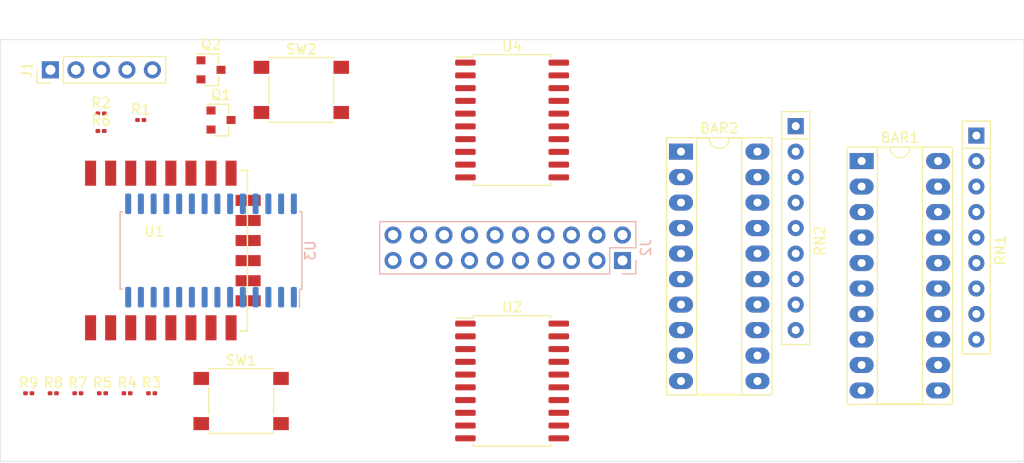
<source format=kicad_pcb>
(kicad_pcb (version 20171130) (host pcbnew 5.1.9)

  (general
    (thickness 1.6)
    (drawings 4)
    (tracks 0)
    (zones 0)
    (modules 23)
    (nets 69)
  )

  (page A4)
  (layers
    (0 F.Cu signal)
    (31 B.Cu signal)
    (32 B.Adhes user)
    (33 F.Adhes user)
    (34 B.Paste user)
    (35 F.Paste user)
    (36 B.SilkS user)
    (37 F.SilkS user)
    (38 B.Mask user)
    (39 F.Mask user)
    (40 Dwgs.User user)
    (41 Cmts.User user)
    (42 Eco1.User user)
    (43 Eco2.User user)
    (44 Edge.Cuts user)
    (45 Margin user)
    (46 B.CrtYd user)
    (47 F.CrtYd user)
    (48 B.Fab user)
    (49 F.Fab user)
  )

  (setup
    (last_trace_width 0.5)
    (trace_clearance 0.2)
    (zone_clearance 0.508)
    (zone_45_only no)
    (trace_min 0.2)
    (via_size 0.8)
    (via_drill 0.4)
    (via_min_size 0.4)
    (via_min_drill 0.3)
    (uvia_size 0.3)
    (uvia_drill 0.1)
    (uvias_allowed no)
    (uvia_min_size 0.2)
    (uvia_min_drill 0.1)
    (edge_width 0.05)
    (segment_width 0.2)
    (pcb_text_width 0.3)
    (pcb_text_size 1.5 1.5)
    (mod_edge_width 0.12)
    (mod_text_size 1 1)
    (mod_text_width 0.15)
    (pad_size 1.524 1.524)
    (pad_drill 0.762)
    (pad_to_mask_clearance 0)
    (aux_axis_origin 0 0)
    (visible_elements FFFFFF7F)
    (pcbplotparams
      (layerselection 0x010fc_ffffffff)
      (usegerberextensions false)
      (usegerberattributes true)
      (usegerberadvancedattributes true)
      (creategerberjobfile true)
      (excludeedgelayer true)
      (linewidth 0.100000)
      (plotframeref false)
      (viasonmask false)
      (mode 1)
      (useauxorigin false)
      (hpglpennumber 1)
      (hpglpenspeed 20)
      (hpglpendiameter 15.000000)
      (psnegative false)
      (psa4output false)
      (plotreference true)
      (plotvalue true)
      (plotinvisibletext false)
      (padsonsilk false)
      (subtractmaskfromsilk false)
      (outputformat 1)
      (mirror false)
      (drillshape 1)
      (scaleselection 1)
      (outputdirectory ""))
  )

  (net 0 "")
  (net 1 "Net-(BAR1-Pad20)")
  (net 2 "Net-(BAR1-Pad19)")
  (net 3 "Net-(BAR1-Pad18)")
  (net 4 "Net-(BAR1-Pad17)")
  (net 5 "Net-(BAR1-Pad9)")
  (net 6 "Net-(BAR1-Pad10)")
  (net 7 "Net-(BAR1-Pad11)")
  (net 8 "Net-(BAR1-Pad12)")
  (net 9 "Net-(BAR1-Pad8)")
  (net 10 "Net-(BAR1-Pad7)")
  (net 11 "Net-(BAR1-Pad6)")
  (net 12 "Net-(BAR1-Pad5)")
  (net 13 "Net-(BAR1-Pad16)")
  (net 14 "Net-(BAR1-Pad15)")
  (net 15 "Net-(BAR1-Pad14)")
  (net 16 "Net-(BAR1-Pad13)")
  (net 17 "Net-(BAR1-Pad4)")
  (net 18 "Net-(BAR1-Pad3)")
  (net 19 "Net-(BAR1-Pad2)")
  (net 20 "Net-(BAR1-Pad1)")
  (net 21 "Net-(BAR2-Pad1)")
  (net 22 "Net-(BAR2-Pad2)")
  (net 23 "Net-(BAR2-Pad3)")
  (net 24 "Net-(BAR2-Pad4)")
  (net 25 "Net-(BAR2-Pad13)")
  (net 26 "Net-(BAR2-Pad14)")
  (net 27 "Net-(BAR2-Pad15)")
  (net 28 "Net-(BAR2-Pad16)")
  (net 29 "Net-(BAR2-Pad5)")
  (net 30 "Net-(BAR2-Pad6)")
  (net 31 "Net-(BAR2-Pad7)")
  (net 32 "Net-(BAR2-Pad8)")
  (net 33 "Net-(BAR2-Pad17)")
  (net 34 "Net-(BAR2-Pad18)")
  (net 35 "Net-(BAR2-Pad19)")
  (net 36 "Net-(BAR2-Pad20)")
  (net 37 /RXD)
  (net 38 /TXD)
  (net 39 /DTR)
  (net 40 /RTS)
  (net 41 /GND)
  (net 42 /01)
  (net 43 /02)
  (net 44 /03)
  (net 45 /04)
  (net 46 /05)
  (net 47 /06)
  (net 48 /07)
  (net 49 /08)
  (net 50 /09)
  (net 51 /10)
  (net 52 /11)
  (net 53 /12)
  (net 54 /13)
  (net 55 /14)
  (net 56 /15)
  (net 57 /16)
  (net 58 /3.3V)
  (net 59 /12V)
  (net 60 "Net-(Q1-Pad3)")
  (net 61 "Net-(Q1-Pad1)")
  (net 62 "Net-(Q2-Pad1)")
  (net 63 "Net-(Q2-Pad3)")
  (net 64 "Net-(R2-Pad2)")
  (net 65 "Net-(R5-Pad1)")
  (net 66 "Net-(R7-Pad2)")
  (net 67 "Net-(R8-Pad2)")
  (net 68 "Net-(R9-Pad2)")

  (net_class Default "This is the default net class."
    (clearance 0.2)
    (trace_width 0.5)
    (via_dia 0.8)
    (via_drill 0.4)
    (uvia_dia 0.3)
    (uvia_drill 0.1)
    (add_net /01)
    (add_net /02)
    (add_net /03)
    (add_net /04)
    (add_net /05)
    (add_net /06)
    (add_net /07)
    (add_net /08)
    (add_net /09)
    (add_net /10)
    (add_net /11)
    (add_net /12)
    (add_net /12V)
    (add_net /13)
    (add_net /14)
    (add_net /15)
    (add_net /16)
    (add_net /3.3V)
    (add_net /DTR)
    (add_net /GND)
    (add_net /RTS)
    (add_net /RXD)
    (add_net /TXD)
    (add_net "Net-(BAR1-Pad1)")
    (add_net "Net-(BAR1-Pad10)")
    (add_net "Net-(BAR1-Pad11)")
    (add_net "Net-(BAR1-Pad12)")
    (add_net "Net-(BAR1-Pad13)")
    (add_net "Net-(BAR1-Pad14)")
    (add_net "Net-(BAR1-Pad15)")
    (add_net "Net-(BAR1-Pad16)")
    (add_net "Net-(BAR1-Pad17)")
    (add_net "Net-(BAR1-Pad18)")
    (add_net "Net-(BAR1-Pad19)")
    (add_net "Net-(BAR1-Pad2)")
    (add_net "Net-(BAR1-Pad20)")
    (add_net "Net-(BAR1-Pad3)")
    (add_net "Net-(BAR1-Pad4)")
    (add_net "Net-(BAR1-Pad5)")
    (add_net "Net-(BAR1-Pad6)")
    (add_net "Net-(BAR1-Pad7)")
    (add_net "Net-(BAR1-Pad8)")
    (add_net "Net-(BAR1-Pad9)")
    (add_net "Net-(BAR2-Pad1)")
    (add_net "Net-(BAR2-Pad13)")
    (add_net "Net-(BAR2-Pad14)")
    (add_net "Net-(BAR2-Pad15)")
    (add_net "Net-(BAR2-Pad16)")
    (add_net "Net-(BAR2-Pad17)")
    (add_net "Net-(BAR2-Pad18)")
    (add_net "Net-(BAR2-Pad19)")
    (add_net "Net-(BAR2-Pad2)")
    (add_net "Net-(BAR2-Pad20)")
    (add_net "Net-(BAR2-Pad3)")
    (add_net "Net-(BAR2-Pad4)")
    (add_net "Net-(BAR2-Pad5)")
    (add_net "Net-(BAR2-Pad6)")
    (add_net "Net-(BAR2-Pad7)")
    (add_net "Net-(BAR2-Pad8)")
    (add_net "Net-(Q1-Pad1)")
    (add_net "Net-(Q1-Pad3)")
    (add_net "Net-(Q2-Pad1)")
    (add_net "Net-(Q2-Pad3)")
    (add_net "Net-(R2-Pad2)")
    (add_net "Net-(R5-Pad1)")
    (add_net "Net-(R7-Pad2)")
    (add_net "Net-(R8-Pad2)")
    (add_net "Net-(R9-Pad2)")
  )

  (module Connector_PinHeader_2.54mm:PinHeader_1x05_P2.54mm_Vertical (layer F.Cu) (tedit 59FED5CC) (tstamp 600A447F)
    (at 113 54 90)
    (descr "Through hole straight pin header, 1x05, 2.54mm pitch, single row")
    (tags "Through hole pin header THT 1x05 2.54mm single row")
    (path /5D9C1844)
    (fp_text reference J1 (at 0 -2.33 90) (layer F.SilkS)
      (effects (font (size 1 1) (thickness 0.15)))
    )
    (fp_text value "Program interface" (at 0 12.49 90) (layer F.Fab)
      (effects (font (size 1 1) (thickness 0.15)))
    )
    (fp_line (start -0.635 -1.27) (end 1.27 -1.27) (layer F.Fab) (width 0.1))
    (fp_line (start 1.27 -1.27) (end 1.27 11.43) (layer F.Fab) (width 0.1))
    (fp_line (start 1.27 11.43) (end -1.27 11.43) (layer F.Fab) (width 0.1))
    (fp_line (start -1.27 11.43) (end -1.27 -0.635) (layer F.Fab) (width 0.1))
    (fp_line (start -1.27 -0.635) (end -0.635 -1.27) (layer F.Fab) (width 0.1))
    (fp_line (start -1.33 11.49) (end 1.33 11.49) (layer F.SilkS) (width 0.12))
    (fp_line (start -1.33 1.27) (end -1.33 11.49) (layer F.SilkS) (width 0.12))
    (fp_line (start 1.33 1.27) (end 1.33 11.49) (layer F.SilkS) (width 0.12))
    (fp_line (start -1.33 1.27) (end 1.33 1.27) (layer F.SilkS) (width 0.12))
    (fp_line (start -1.33 0) (end -1.33 -1.33) (layer F.SilkS) (width 0.12))
    (fp_line (start -1.33 -1.33) (end 0 -1.33) (layer F.SilkS) (width 0.12))
    (fp_line (start -1.8 -1.8) (end -1.8 11.95) (layer F.CrtYd) (width 0.05))
    (fp_line (start -1.8 11.95) (end 1.8 11.95) (layer F.CrtYd) (width 0.05))
    (fp_line (start 1.8 11.95) (end 1.8 -1.8) (layer F.CrtYd) (width 0.05))
    (fp_line (start 1.8 -1.8) (end -1.8 -1.8) (layer F.CrtYd) (width 0.05))
    (fp_text user %R (at 0 5.08) (layer F.Fab)
      (effects (font (size 1 1) (thickness 0.15)))
    )
    (pad 1 thru_hole rect (at 0 0 90) (size 1.7 1.7) (drill 1) (layers *.Cu *.Mask)
      (net 37 /RXD))
    (pad 2 thru_hole oval (at 0 2.54 90) (size 1.7 1.7) (drill 1) (layers *.Cu *.Mask)
      (net 38 /TXD))
    (pad 3 thru_hole oval (at 0 5.08 90) (size 1.7 1.7) (drill 1) (layers *.Cu *.Mask)
      (net 39 /DTR))
    (pad 4 thru_hole oval (at 0 7.62 90) (size 1.7 1.7) (drill 1) (layers *.Cu *.Mask)
      (net 40 /RTS))
    (pad 5 thru_hole oval (at 0 10.16 90) (size 1.7 1.7) (drill 1) (layers *.Cu *.Mask)
      (net 41 /GND))
    (model ${KISYS3DMOD}/Connector_PinHeader_2.54mm.3dshapes/PinHeader_1x05_P2.54mm_Vertical.wrl
      (at (xyz 0 0 0))
      (scale (xyz 1 1 1))
      (rotate (xyz 0 0 0))
    )
  )

  (module Package_TO_SOT_SMD:SOT-23 (layer F.Cu) (tedit 5A02FF57) (tstamp 600A44BE)
    (at 130 59)
    (descr "SOT-23, Standard")
    (tags SOT-23)
    (path /5FE53400)
    (attr smd)
    (fp_text reference Q1 (at 0 -2.5) (layer F.SilkS)
      (effects (font (size 1 1) (thickness 0.15)))
    )
    (fp_text value MMBT3904 (at 0 2.5) (layer F.Fab)
      (effects (font (size 1 1) (thickness 0.15)))
    )
    (fp_line (start 0.76 1.58) (end -0.7 1.58) (layer F.SilkS) (width 0.12))
    (fp_line (start 0.76 -1.58) (end -1.4 -1.58) (layer F.SilkS) (width 0.12))
    (fp_line (start -1.7 1.75) (end -1.7 -1.75) (layer F.CrtYd) (width 0.05))
    (fp_line (start 1.7 1.75) (end -1.7 1.75) (layer F.CrtYd) (width 0.05))
    (fp_line (start 1.7 -1.75) (end 1.7 1.75) (layer F.CrtYd) (width 0.05))
    (fp_line (start -1.7 -1.75) (end 1.7 -1.75) (layer F.CrtYd) (width 0.05))
    (fp_line (start 0.76 -1.58) (end 0.76 -0.65) (layer F.SilkS) (width 0.12))
    (fp_line (start 0.76 1.58) (end 0.76 0.65) (layer F.SilkS) (width 0.12))
    (fp_line (start -0.7 1.52) (end 0.7 1.52) (layer F.Fab) (width 0.1))
    (fp_line (start 0.7 -1.52) (end 0.7 1.52) (layer F.Fab) (width 0.1))
    (fp_line (start -0.7 -0.95) (end -0.15 -1.52) (layer F.Fab) (width 0.1))
    (fp_line (start -0.15 -1.52) (end 0.7 -1.52) (layer F.Fab) (width 0.1))
    (fp_line (start -0.7 -0.95) (end -0.7 1.5) (layer F.Fab) (width 0.1))
    (fp_text user %R (at 0 0 90) (layer F.Fab)
      (effects (font (size 0.5 0.5) (thickness 0.075)))
    )
    (pad 3 smd rect (at 1 0) (size 0.9 0.8) (layers F.Cu F.Paste F.Mask)
      (net 60 "Net-(Q1-Pad3)"))
    (pad 2 smd rect (at -1 0.95) (size 0.9 0.8) (layers F.Cu F.Paste F.Mask)
      (net 40 /RTS))
    (pad 1 smd rect (at -1 -0.95) (size 0.9 0.8) (layers F.Cu F.Paste F.Mask)
      (net 61 "Net-(Q1-Pad1)"))
    (model ${KISYS3DMOD}/Package_TO_SOT_SMD.3dshapes/SOT-23.wrl
      (at (xyz 0 0 0))
      (scale (xyz 1 1 1))
      (rotate (xyz 0 0 0))
    )
  )

  (module Package_TO_SOT_SMD:SOT-23 (layer F.Cu) (tedit 5A02FF57) (tstamp 6012A155)
    (at 129 54)
    (descr "SOT-23, Standard")
    (tags SOT-23)
    (path /5FE4541A)
    (attr smd)
    (fp_text reference Q2 (at 0 -2.5) (layer F.SilkS)
      (effects (font (size 1 1) (thickness 0.15)))
    )
    (fp_text value MMBT3904 (at 0 2.5) (layer F.Fab)
      (effects (font (size 1 1) (thickness 0.15)))
    )
    (fp_line (start -0.7 -0.95) (end -0.7 1.5) (layer F.Fab) (width 0.1))
    (fp_line (start -0.15 -1.52) (end 0.7 -1.52) (layer F.Fab) (width 0.1))
    (fp_line (start -0.7 -0.95) (end -0.15 -1.52) (layer F.Fab) (width 0.1))
    (fp_line (start 0.7 -1.52) (end 0.7 1.52) (layer F.Fab) (width 0.1))
    (fp_line (start -0.7 1.52) (end 0.7 1.52) (layer F.Fab) (width 0.1))
    (fp_line (start 0.76 1.58) (end 0.76 0.65) (layer F.SilkS) (width 0.12))
    (fp_line (start 0.76 -1.58) (end 0.76 -0.65) (layer F.SilkS) (width 0.12))
    (fp_line (start -1.7 -1.75) (end 1.7 -1.75) (layer F.CrtYd) (width 0.05))
    (fp_line (start 1.7 -1.75) (end 1.7 1.75) (layer F.CrtYd) (width 0.05))
    (fp_line (start 1.7 1.75) (end -1.7 1.75) (layer F.CrtYd) (width 0.05))
    (fp_line (start -1.7 1.75) (end -1.7 -1.75) (layer F.CrtYd) (width 0.05))
    (fp_line (start 0.76 -1.58) (end -1.4 -1.58) (layer F.SilkS) (width 0.12))
    (fp_line (start 0.76 1.58) (end -0.7 1.58) (layer F.SilkS) (width 0.12))
    (fp_text user %R (at 0 0 90) (layer F.Fab)
      (effects (font (size 0.5 0.5) (thickness 0.075)))
    )
    (pad 1 smd rect (at -1 -0.95) (size 0.9 0.8) (layers F.Cu F.Paste F.Mask)
      (net 62 "Net-(Q2-Pad1)"))
    (pad 2 smd rect (at -1 0.95) (size 0.9 0.8) (layers F.Cu F.Paste F.Mask)
      (net 39 /DTR))
    (pad 3 smd rect (at 1 0) (size 0.9 0.8) (layers F.Cu F.Paste F.Mask)
      (net 63 "Net-(Q2-Pad3)"))
    (model ${KISYS3DMOD}/Package_TO_SOT_SMD.3dshapes/SOT-23.wrl
      (at (xyz 0 0 0))
      (scale (xyz 1 1 1))
      (rotate (xyz 0 0 0))
    )
  )

  (module Resistor_SMD:R_0201_0603Metric (layer F.Cu) (tedit 5F68FEEE) (tstamp 600A44E4)
    (at 122 59)
    (descr "Resistor SMD 0201 (0603 Metric), square (rectangular) end terminal, IPC_7351 nominal, (Body size source: https://www.vishay.com/docs/20052/crcw0201e3.pdf), generated with kicad-footprint-generator")
    (tags resistor)
    (path /5D9C1873)
    (attr smd)
    (fp_text reference R1 (at 0 -1.05) (layer F.SilkS)
      (effects (font (size 1 1) (thickness 0.15)))
    )
    (fp_text value 10K (at 0 1.05) (layer F.Fab)
      (effects (font (size 1 1) (thickness 0.15)))
    )
    (fp_line (start -0.3 0.15) (end -0.3 -0.15) (layer F.Fab) (width 0.1))
    (fp_line (start -0.3 -0.15) (end 0.3 -0.15) (layer F.Fab) (width 0.1))
    (fp_line (start 0.3 -0.15) (end 0.3 0.15) (layer F.Fab) (width 0.1))
    (fp_line (start 0.3 0.15) (end -0.3 0.15) (layer F.Fab) (width 0.1))
    (fp_line (start -0.7 0.35) (end -0.7 -0.35) (layer F.CrtYd) (width 0.05))
    (fp_line (start -0.7 -0.35) (end 0.7 -0.35) (layer F.CrtYd) (width 0.05))
    (fp_line (start 0.7 -0.35) (end 0.7 0.35) (layer F.CrtYd) (width 0.05))
    (fp_line (start 0.7 0.35) (end -0.7 0.35) (layer F.CrtYd) (width 0.05))
    (fp_text user %R (at 0 -0.68) (layer F.Fab)
      (effects (font (size 0.25 0.25) (thickness 0.04)))
    )
    (pad "" smd roundrect (at -0.345 0) (size 0.318 0.36) (layers F.Paste) (roundrect_rratio 0.25))
    (pad "" smd roundrect (at 0.345 0) (size 0.318 0.36) (layers F.Paste) (roundrect_rratio 0.25))
    (pad 1 smd roundrect (at -0.32 0) (size 0.46 0.4) (layers F.Cu F.Mask) (roundrect_rratio 0.25)
      (net 58 /3.3V))
    (pad 2 smd roundrect (at 0.32 0) (size 0.46 0.4) (layers F.Cu F.Mask) (roundrect_rratio 0.25)
      (net 60 "Net-(Q1-Pad3)"))
    (model ${KISYS3DMOD}/Resistor_SMD.3dshapes/R_0201_0603Metric.wrl
      (at (xyz 0 0 0))
      (scale (xyz 1 1 1))
      (rotate (xyz 0 0 0))
    )
  )

  (module Resistor_SMD:R_0201_0603Metric (layer F.Cu) (tedit 5F68FEEE) (tstamp 600A44F5)
    (at 118.045001 58.345001)
    (descr "Resistor SMD 0201 (0603 Metric), square (rectangular) end terminal, IPC_7351 nominal, (Body size source: https://www.vishay.com/docs/20052/crcw0201e3.pdf), generated with kicad-footprint-generator")
    (tags resistor)
    (path /5D9C17D2)
    (attr smd)
    (fp_text reference R2 (at 0 -1.05) (layer F.SilkS)
      (effects (font (size 1 1) (thickness 0.15)))
    )
    (fp_text value 10K (at 0 1.05) (layer F.Fab)
      (effects (font (size 1 1) (thickness 0.15)))
    )
    (fp_line (start -0.3 0.15) (end -0.3 -0.15) (layer F.Fab) (width 0.1))
    (fp_line (start -0.3 -0.15) (end 0.3 -0.15) (layer F.Fab) (width 0.1))
    (fp_line (start 0.3 -0.15) (end 0.3 0.15) (layer F.Fab) (width 0.1))
    (fp_line (start 0.3 0.15) (end -0.3 0.15) (layer F.Fab) (width 0.1))
    (fp_line (start -0.7 0.35) (end -0.7 -0.35) (layer F.CrtYd) (width 0.05))
    (fp_line (start -0.7 -0.35) (end 0.7 -0.35) (layer F.CrtYd) (width 0.05))
    (fp_line (start 0.7 -0.35) (end 0.7 0.35) (layer F.CrtYd) (width 0.05))
    (fp_line (start 0.7 0.35) (end -0.7 0.35) (layer F.CrtYd) (width 0.05))
    (fp_text user %R (at 0 -0.68) (layer F.Fab)
      (effects (font (size 0.25 0.25) (thickness 0.04)))
    )
    (pad "" smd roundrect (at -0.345 0) (size 0.318 0.36) (layers F.Paste) (roundrect_rratio 0.25))
    (pad "" smd roundrect (at 0.345 0) (size 0.318 0.36) (layers F.Paste) (roundrect_rratio 0.25))
    (pad 1 smd roundrect (at -0.32 0) (size 0.46 0.4) (layers F.Cu F.Mask) (roundrect_rratio 0.25)
      (net 58 /3.3V))
    (pad 2 smd roundrect (at 0.32 0) (size 0.46 0.4) (layers F.Cu F.Mask) (roundrect_rratio 0.25)
      (net 64 "Net-(R2-Pad2)"))
    (model ${KISYS3DMOD}/Resistor_SMD.3dshapes/R_0201_0603Metric.wrl
      (at (xyz 0 0 0))
      (scale (xyz 1 1 1))
      (rotate (xyz 0 0 0))
    )
  )

  (module Resistor_SMD:R_0201_0603Metric (layer F.Cu) (tedit 5F68FEEE) (tstamp 6012A3C8)
    (at 123.085001 86.225001)
    (descr "Resistor SMD 0201 (0603 Metric), square (rectangular) end terminal, IPC_7351 nominal, (Body size source: https://www.vishay.com/docs/20052/crcw0201e3.pdf), generated with kicad-footprint-generator")
    (tags resistor)
    (path /5D9C1865)
    (attr smd)
    (fp_text reference R3 (at 0 -1.05) (layer F.SilkS)
      (effects (font (size 1 1) (thickness 0.15)))
    )
    (fp_text value 10K (at 0 1.05) (layer F.Fab)
      (effects (font (size 1 1) (thickness 0.15)))
    )
    (fp_line (start -0.3 0.15) (end -0.3 -0.15) (layer F.Fab) (width 0.1))
    (fp_line (start -0.3 -0.15) (end 0.3 -0.15) (layer F.Fab) (width 0.1))
    (fp_line (start 0.3 -0.15) (end 0.3 0.15) (layer F.Fab) (width 0.1))
    (fp_line (start 0.3 0.15) (end -0.3 0.15) (layer F.Fab) (width 0.1))
    (fp_line (start -0.7 0.35) (end -0.7 -0.35) (layer F.CrtYd) (width 0.05))
    (fp_line (start -0.7 -0.35) (end 0.7 -0.35) (layer F.CrtYd) (width 0.05))
    (fp_line (start 0.7 -0.35) (end 0.7 0.35) (layer F.CrtYd) (width 0.05))
    (fp_line (start 0.7 0.35) (end -0.7 0.35) (layer F.CrtYd) (width 0.05))
    (fp_text user %R (at 0 -0.68) (layer F.Fab)
      (effects (font (size 0.25 0.25) (thickness 0.04)))
    )
    (pad "" smd roundrect (at -0.345 0) (size 0.318 0.36) (layers F.Paste) (roundrect_rratio 0.25))
    (pad "" smd roundrect (at 0.345 0) (size 0.318 0.36) (layers F.Paste) (roundrect_rratio 0.25))
    (pad 1 smd roundrect (at -0.32 0) (size 0.46 0.4) (layers F.Cu F.Mask) (roundrect_rratio 0.25)
      (net 39 /DTR))
    (pad 2 smd roundrect (at 0.32 0) (size 0.46 0.4) (layers F.Cu F.Mask) (roundrect_rratio 0.25)
      (net 61 "Net-(Q1-Pad1)"))
    (model ${KISYS3DMOD}/Resistor_SMD.3dshapes/R_0201_0603Metric.wrl
      (at (xyz 0 0 0))
      (scale (xyz 1 1 1))
      (rotate (xyz 0 0 0))
    )
  )

  (module Resistor_SMD:R_0201_0603Metric (layer F.Cu) (tedit 5F68FEEE) (tstamp 6012A2D8)
    (at 120.635001 86.225001)
    (descr "Resistor SMD 0201 (0603 Metric), square (rectangular) end terminal, IPC_7351 nominal, (Body size source: https://www.vishay.com/docs/20052/crcw0201e3.pdf), generated with kicad-footprint-generator")
    (tags resistor)
    (path /5D9C186B)
    (attr smd)
    (fp_text reference R4 (at 0 -1.05) (layer F.SilkS)
      (effects (font (size 1 1) (thickness 0.15)))
    )
    (fp_text value 10K (at 0 1.05) (layer F.Fab)
      (effects (font (size 1 1) (thickness 0.15)))
    )
    (fp_line (start 0.7 0.35) (end -0.7 0.35) (layer F.CrtYd) (width 0.05))
    (fp_line (start 0.7 -0.35) (end 0.7 0.35) (layer F.CrtYd) (width 0.05))
    (fp_line (start -0.7 -0.35) (end 0.7 -0.35) (layer F.CrtYd) (width 0.05))
    (fp_line (start -0.7 0.35) (end -0.7 -0.35) (layer F.CrtYd) (width 0.05))
    (fp_line (start 0.3 0.15) (end -0.3 0.15) (layer F.Fab) (width 0.1))
    (fp_line (start 0.3 -0.15) (end 0.3 0.15) (layer F.Fab) (width 0.1))
    (fp_line (start -0.3 -0.15) (end 0.3 -0.15) (layer F.Fab) (width 0.1))
    (fp_line (start -0.3 0.15) (end -0.3 -0.15) (layer F.Fab) (width 0.1))
    (fp_text user %R (at 0 -0.68) (layer F.Fab)
      (effects (font (size 0.25 0.25) (thickness 0.04)))
    )
    (pad 2 smd roundrect (at 0.32 0) (size 0.46 0.4) (layers F.Cu F.Mask) (roundrect_rratio 0.25)
      (net 62 "Net-(Q2-Pad1)"))
    (pad 1 smd roundrect (at -0.32 0) (size 0.46 0.4) (layers F.Cu F.Mask) (roundrect_rratio 0.25)
      (net 40 /RTS))
    (pad "" smd roundrect (at 0.345 0) (size 0.318 0.36) (layers F.Paste) (roundrect_rratio 0.25))
    (pad "" smd roundrect (at -0.345 0) (size 0.318 0.36) (layers F.Paste) (roundrect_rratio 0.25))
    (model ${KISYS3DMOD}/Resistor_SMD.3dshapes/R_0201_0603Metric.wrl
      (at (xyz 0 0 0))
      (scale (xyz 1 1 1))
      (rotate (xyz 0 0 0))
    )
  )

  (module Resistor_SMD:R_0201_0603Metric (layer F.Cu) (tedit 5F68FEEE) (tstamp 6012A368)
    (at 118.185001 86.225001)
    (descr "Resistor SMD 0201 (0603 Metric), square (rectangular) end terminal, IPC_7351 nominal, (Body size source: https://www.vishay.com/docs/20052/crcw0201e3.pdf), generated with kicad-footprint-generator")
    (tags resistor)
    (path /5D9C180D)
    (attr smd)
    (fp_text reference R5 (at 0 -1.05) (layer F.SilkS)
      (effects (font (size 1 1) (thickness 0.15)))
    )
    (fp_text value 4.7K (at 0 1.05) (layer F.Fab)
      (effects (font (size 1 1) (thickness 0.15)))
    )
    (fp_line (start 0.7 0.35) (end -0.7 0.35) (layer F.CrtYd) (width 0.05))
    (fp_line (start 0.7 -0.35) (end 0.7 0.35) (layer F.CrtYd) (width 0.05))
    (fp_line (start -0.7 -0.35) (end 0.7 -0.35) (layer F.CrtYd) (width 0.05))
    (fp_line (start -0.7 0.35) (end -0.7 -0.35) (layer F.CrtYd) (width 0.05))
    (fp_line (start 0.3 0.15) (end -0.3 0.15) (layer F.Fab) (width 0.1))
    (fp_line (start 0.3 -0.15) (end 0.3 0.15) (layer F.Fab) (width 0.1))
    (fp_line (start -0.3 -0.15) (end 0.3 -0.15) (layer F.Fab) (width 0.1))
    (fp_line (start -0.3 0.15) (end -0.3 -0.15) (layer F.Fab) (width 0.1))
    (fp_text user %R (at 0 -0.68) (layer F.Fab)
      (effects (font (size 0.25 0.25) (thickness 0.04)))
    )
    (pad 2 smd roundrect (at 0.32 0) (size 0.46 0.4) (layers F.Cu F.Mask) (roundrect_rratio 0.25)
      (net 41 /GND))
    (pad 1 smd roundrect (at -0.32 0) (size 0.46 0.4) (layers F.Cu F.Mask) (roundrect_rratio 0.25)
      (net 65 "Net-(R5-Pad1)"))
    (pad "" smd roundrect (at 0.345 0) (size 0.318 0.36) (layers F.Paste) (roundrect_rratio 0.25))
    (pad "" smd roundrect (at -0.345 0) (size 0.318 0.36) (layers F.Paste) (roundrect_rratio 0.25))
    (model ${KISYS3DMOD}/Resistor_SMD.3dshapes/R_0201_0603Metric.wrl
      (at (xyz 0 0 0))
      (scale (xyz 1 1 1))
      (rotate (xyz 0 0 0))
    )
  )

  (module Resistor_SMD:R_0201_0603Metric (layer F.Cu) (tedit 5F68FEEE) (tstamp 600A4539)
    (at 118.045001 60.095001)
    (descr "Resistor SMD 0201 (0603 Metric), square (rectangular) end terminal, IPC_7351 nominal, (Body size source: https://www.vishay.com/docs/20052/crcw0201e3.pdf), generated with kicad-footprint-generator")
    (tags resistor)
    (path /5D9C17F2)
    (attr smd)
    (fp_text reference R6 (at 0 -1.05) (layer F.SilkS)
      (effects (font (size 1 1) (thickness 0.15)))
    )
    (fp_text value 10K (at 0 1.05) (layer F.Fab)
      (effects (font (size 1 1) (thickness 0.15)))
    )
    (fp_line (start -0.3 0.15) (end -0.3 -0.15) (layer F.Fab) (width 0.1))
    (fp_line (start -0.3 -0.15) (end 0.3 -0.15) (layer F.Fab) (width 0.1))
    (fp_line (start 0.3 -0.15) (end 0.3 0.15) (layer F.Fab) (width 0.1))
    (fp_line (start 0.3 0.15) (end -0.3 0.15) (layer F.Fab) (width 0.1))
    (fp_line (start -0.7 0.35) (end -0.7 -0.35) (layer F.CrtYd) (width 0.05))
    (fp_line (start -0.7 -0.35) (end 0.7 -0.35) (layer F.CrtYd) (width 0.05))
    (fp_line (start 0.7 -0.35) (end 0.7 0.35) (layer F.CrtYd) (width 0.05))
    (fp_line (start 0.7 0.35) (end -0.7 0.35) (layer F.CrtYd) (width 0.05))
    (fp_text user %R (at 0 -0.68) (layer F.Fab)
      (effects (font (size 0.25 0.25) (thickness 0.04)))
    )
    (pad "" smd roundrect (at -0.345 0) (size 0.318 0.36) (layers F.Paste) (roundrect_rratio 0.25))
    (pad "" smd roundrect (at 0.345 0) (size 0.318 0.36) (layers F.Paste) (roundrect_rratio 0.25))
    (pad 1 smd roundrect (at -0.32 0) (size 0.46 0.4) (layers F.Cu F.Mask) (roundrect_rratio 0.25)
      (net 58 /3.3V))
    (pad 2 smd roundrect (at 0.32 0) (size 0.46 0.4) (layers F.Cu F.Mask) (roundrect_rratio 0.25)
      (net 63 "Net-(Q2-Pad3)"))
    (model ${KISYS3DMOD}/Resistor_SMD.3dshapes/R_0201_0603Metric.wrl
      (at (xyz 0 0 0))
      (scale (xyz 1 1 1))
      (rotate (xyz 0 0 0))
    )
  )

  (module Resistor_SMD:R_0201_0603Metric (layer F.Cu) (tedit 5F68FEEE) (tstamp 6012A398)
    (at 115.735001 86.225001)
    (descr "Resistor SMD 0201 (0603 Metric), square (rectangular) end terminal, IPC_7351 nominal, (Body size source: https://www.vishay.com/docs/20052/crcw0201e3.pdf), generated with kicad-footprint-generator")
    (tags resistor)
    (path /5D9C1823)
    (attr smd)
    (fp_text reference R7 (at 0 -1.05) (layer F.SilkS)
      (effects (font (size 1 1) (thickness 0.15)))
    )
    (fp_text value 10K (at 0 1.05) (layer F.Fab)
      (effects (font (size 1 1) (thickness 0.15)))
    )
    (fp_line (start -0.3 0.15) (end -0.3 -0.15) (layer F.Fab) (width 0.1))
    (fp_line (start -0.3 -0.15) (end 0.3 -0.15) (layer F.Fab) (width 0.1))
    (fp_line (start 0.3 -0.15) (end 0.3 0.15) (layer F.Fab) (width 0.1))
    (fp_line (start 0.3 0.15) (end -0.3 0.15) (layer F.Fab) (width 0.1))
    (fp_line (start -0.7 0.35) (end -0.7 -0.35) (layer F.CrtYd) (width 0.05))
    (fp_line (start -0.7 -0.35) (end 0.7 -0.35) (layer F.CrtYd) (width 0.05))
    (fp_line (start 0.7 -0.35) (end 0.7 0.35) (layer F.CrtYd) (width 0.05))
    (fp_line (start 0.7 0.35) (end -0.7 0.35) (layer F.CrtYd) (width 0.05))
    (fp_text user %R (at 0 -0.68) (layer F.Fab)
      (effects (font (size 0.25 0.25) (thickness 0.04)))
    )
    (pad "" smd roundrect (at -0.345 0) (size 0.318 0.36) (layers F.Paste) (roundrect_rratio 0.25))
    (pad "" smd roundrect (at 0.345 0) (size 0.318 0.36) (layers F.Paste) (roundrect_rratio 0.25))
    (pad 1 smd roundrect (at -0.32 0) (size 0.46 0.4) (layers F.Cu F.Mask) (roundrect_rratio 0.25)
      (net 58 /3.3V))
    (pad 2 smd roundrect (at 0.32 0) (size 0.46 0.4) (layers F.Cu F.Mask) (roundrect_rratio 0.25)
      (net 66 "Net-(R7-Pad2)"))
    (model ${KISYS3DMOD}/Resistor_SMD.3dshapes/R_0201_0603Metric.wrl
      (at (xyz 0 0 0))
      (scale (xyz 1 1 1))
      (rotate (xyz 0 0 0))
    )
  )

  (module Resistor_SMD:R_0201_0603Metric (layer F.Cu) (tedit 5F68FEEE) (tstamp 6012A308)
    (at 113.285001 86.225001)
    (descr "Resistor SMD 0201 (0603 Metric), square (rectangular) end terminal, IPC_7351 nominal, (Body size source: https://www.vishay.com/docs/20052/crcw0201e3.pdf), generated with kicad-footprint-generator")
    (tags resistor)
    (path /5D9C1829)
    (attr smd)
    (fp_text reference R8 (at 0 -1.05) (layer F.SilkS)
      (effects (font (size 1 1) (thickness 0.15)))
    )
    (fp_text value 10K (at 0 1.05) (layer F.Fab)
      (effects (font (size 1 1) (thickness 0.15)))
    )
    (fp_line (start 0.7 0.35) (end -0.7 0.35) (layer F.CrtYd) (width 0.05))
    (fp_line (start 0.7 -0.35) (end 0.7 0.35) (layer F.CrtYd) (width 0.05))
    (fp_line (start -0.7 -0.35) (end 0.7 -0.35) (layer F.CrtYd) (width 0.05))
    (fp_line (start -0.7 0.35) (end -0.7 -0.35) (layer F.CrtYd) (width 0.05))
    (fp_line (start 0.3 0.15) (end -0.3 0.15) (layer F.Fab) (width 0.1))
    (fp_line (start 0.3 -0.15) (end 0.3 0.15) (layer F.Fab) (width 0.1))
    (fp_line (start -0.3 -0.15) (end 0.3 -0.15) (layer F.Fab) (width 0.1))
    (fp_line (start -0.3 0.15) (end -0.3 -0.15) (layer F.Fab) (width 0.1))
    (fp_text user %R (at 0 -0.68) (layer F.Fab)
      (effects (font (size 0.25 0.25) (thickness 0.04)))
    )
    (pad 2 smd roundrect (at 0.32 0) (size 0.46 0.4) (layers F.Cu F.Mask) (roundrect_rratio 0.25)
      (net 67 "Net-(R8-Pad2)"))
    (pad 1 smd roundrect (at -0.32 0) (size 0.46 0.4) (layers F.Cu F.Mask) (roundrect_rratio 0.25)
      (net 58 /3.3V))
    (pad "" smd roundrect (at 0.345 0) (size 0.318 0.36) (layers F.Paste) (roundrect_rratio 0.25))
    (pad "" smd roundrect (at -0.345 0) (size 0.318 0.36) (layers F.Paste) (roundrect_rratio 0.25))
    (model ${KISYS3DMOD}/Resistor_SMD.3dshapes/R_0201_0603Metric.wrl
      (at (xyz 0 0 0))
      (scale (xyz 1 1 1))
      (rotate (xyz 0 0 0))
    )
  )

  (module Resistor_SMD:R_0201_0603Metric (layer F.Cu) (tedit 5F68FEEE) (tstamp 6012A338)
    (at 110.835001 86.225001)
    (descr "Resistor SMD 0201 (0603 Metric), square (rectangular) end terminal, IPC_7351 nominal, (Body size source: https://www.vishay.com/docs/20052/crcw0201e3.pdf), generated with kicad-footprint-generator")
    (tags resistor)
    (path /5D9733D1)
    (attr smd)
    (fp_text reference R9 (at 0 -1.05) (layer F.SilkS)
      (effects (font (size 1 1) (thickness 0.15)))
    )
    (fp_text value 10K (at 0 1.05) (layer F.Fab)
      (effects (font (size 1 1) (thickness 0.15)))
    )
    (fp_line (start 0.7 0.35) (end -0.7 0.35) (layer F.CrtYd) (width 0.05))
    (fp_line (start 0.7 -0.35) (end 0.7 0.35) (layer F.CrtYd) (width 0.05))
    (fp_line (start -0.7 -0.35) (end 0.7 -0.35) (layer F.CrtYd) (width 0.05))
    (fp_line (start -0.7 0.35) (end -0.7 -0.35) (layer F.CrtYd) (width 0.05))
    (fp_line (start 0.3 0.15) (end -0.3 0.15) (layer F.Fab) (width 0.1))
    (fp_line (start 0.3 -0.15) (end 0.3 0.15) (layer F.Fab) (width 0.1))
    (fp_line (start -0.3 -0.15) (end 0.3 -0.15) (layer F.Fab) (width 0.1))
    (fp_line (start -0.3 0.15) (end -0.3 -0.15) (layer F.Fab) (width 0.1))
    (fp_text user %R (at 0 -0.68) (layer F.Fab)
      (effects (font (size 0.25 0.25) (thickness 0.04)))
    )
    (pad 2 smd roundrect (at 0.32 0) (size 0.46 0.4) (layers F.Cu F.Mask) (roundrect_rratio 0.25)
      (net 68 "Net-(R9-Pad2)"))
    (pad 1 smd roundrect (at -0.32 0) (size 0.46 0.4) (layers F.Cu F.Mask) (roundrect_rratio 0.25)
      (net 58 /3.3V))
    (pad "" smd roundrect (at 0.345 0) (size 0.318 0.36) (layers F.Paste) (roundrect_rratio 0.25))
    (pad "" smd roundrect (at -0.345 0) (size 0.318 0.36) (layers F.Paste) (roundrect_rratio 0.25))
    (model ${KISYS3DMOD}/Resistor_SMD.3dshapes/R_0201_0603Metric.wrl
      (at (xyz 0 0 0))
      (scale (xyz 1 1 1))
      (rotate (xyz 0 0 0))
    )
  )

  (module Resistor_THT:R_Array_SIP9 (layer F.Cu) (tedit 5A14249F) (tstamp 6012A7EC)
    (at 205.26 60.55 270)
    (descr "9-pin Resistor SIP pack")
    (tags R)
    (path /5D99E6B0)
    (fp_text reference RN1 (at 11.43 -2.4 90) (layer F.SilkS)
      (effects (font (size 1 1) (thickness 0.15)))
    )
    (fp_text value 150 (at 11.43 2.4 90) (layer F.Fab)
      (effects (font (size 1 1) (thickness 0.15)))
    )
    (fp_line (start -1.29 -1.25) (end -1.29 1.25) (layer F.Fab) (width 0.1))
    (fp_line (start -1.29 1.25) (end 21.61 1.25) (layer F.Fab) (width 0.1))
    (fp_line (start 21.61 1.25) (end 21.61 -1.25) (layer F.Fab) (width 0.1))
    (fp_line (start 21.61 -1.25) (end -1.29 -1.25) (layer F.Fab) (width 0.1))
    (fp_line (start 1.27 -1.25) (end 1.27 1.25) (layer F.Fab) (width 0.1))
    (fp_line (start -1.44 -1.4) (end -1.44 1.4) (layer F.SilkS) (width 0.12))
    (fp_line (start -1.44 1.4) (end 21.76 1.4) (layer F.SilkS) (width 0.12))
    (fp_line (start 21.76 1.4) (end 21.76 -1.4) (layer F.SilkS) (width 0.12))
    (fp_line (start 21.76 -1.4) (end -1.44 -1.4) (layer F.SilkS) (width 0.12))
    (fp_line (start 1.27 -1.4) (end 1.27 1.4) (layer F.SilkS) (width 0.12))
    (fp_line (start -1.7 -1.65) (end -1.7 1.65) (layer F.CrtYd) (width 0.05))
    (fp_line (start -1.7 1.65) (end 22.05 1.65) (layer F.CrtYd) (width 0.05))
    (fp_line (start 22.05 1.65) (end 22.05 -1.65) (layer F.CrtYd) (width 0.05))
    (fp_line (start 22.05 -1.65) (end -1.7 -1.65) (layer F.CrtYd) (width 0.05))
    (fp_text user %R (at 10.16 0 90) (layer F.Fab)
      (effects (font (size 1 1) (thickness 0.15)))
    )
    (pad 1 thru_hole rect (at 0 0 270) (size 1.6 1.6) (drill 0.8) (layers *.Cu *.Mask)
      (net 41 /GND))
    (pad 2 thru_hole oval (at 2.54 0 270) (size 1.6 1.6) (drill 0.8) (layers *.Cu *.Mask)
      (net 1 "Net-(BAR1-Pad20)"))
    (pad 3 thru_hole oval (at 5.08 0 270) (size 1.6 1.6) (drill 0.8) (layers *.Cu *.Mask)
      (net 2 "Net-(BAR1-Pad19)"))
    (pad 4 thru_hole oval (at 7.62 0 270) (size 1.6 1.6) (drill 0.8) (layers *.Cu *.Mask)
      (net 3 "Net-(BAR1-Pad18)"))
    (pad 5 thru_hole oval (at 10.16 0 270) (size 1.6 1.6) (drill 0.8) (layers *.Cu *.Mask)
      (net 4 "Net-(BAR1-Pad17)"))
    (pad 6 thru_hole oval (at 12.7 0 270) (size 1.6 1.6) (drill 0.8) (layers *.Cu *.Mask)
      (net 13 "Net-(BAR1-Pad16)"))
    (pad 7 thru_hole oval (at 15.24 0 270) (size 1.6 1.6) (drill 0.8) (layers *.Cu *.Mask)
      (net 14 "Net-(BAR1-Pad15)"))
    (pad 8 thru_hole oval (at 17.78 0 270) (size 1.6 1.6) (drill 0.8) (layers *.Cu *.Mask)
      (net 15 "Net-(BAR1-Pad14)"))
    (pad 9 thru_hole oval (at 20.32 0 270) (size 1.6 1.6) (drill 0.8) (layers *.Cu *.Mask)
      (net 16 "Net-(BAR1-Pad13)"))
    (model ${KISYS3DMOD}/Resistor_THT.3dshapes/R_Array_SIP9.wrl
      (at (xyz 0 0 0))
      (scale (xyz 1 1 1))
      (rotate (xyz 0 0 0))
    )
  )

  (module Resistor_THT:R_Array_SIP9 (layer F.Cu) (tedit 5A14249F) (tstamp 6012A56C)
    (at 187.26 59.61 270)
    (descr "9-pin Resistor SIP pack")
    (tags R)
    (path /5D9A9ED4)
    (fp_text reference RN2 (at 11.43 -2.4 90) (layer F.SilkS)
      (effects (font (size 1 1) (thickness 0.15)))
    )
    (fp_text value R_Network08 (at 11.43 2.4 90) (layer F.Fab)
      (effects (font (size 1 1) (thickness 0.15)))
    )
    (fp_line (start 22.05 -1.65) (end -1.7 -1.65) (layer F.CrtYd) (width 0.05))
    (fp_line (start 22.05 1.65) (end 22.05 -1.65) (layer F.CrtYd) (width 0.05))
    (fp_line (start -1.7 1.65) (end 22.05 1.65) (layer F.CrtYd) (width 0.05))
    (fp_line (start -1.7 -1.65) (end -1.7 1.65) (layer F.CrtYd) (width 0.05))
    (fp_line (start 1.27 -1.4) (end 1.27 1.4) (layer F.SilkS) (width 0.12))
    (fp_line (start 21.76 -1.4) (end -1.44 -1.4) (layer F.SilkS) (width 0.12))
    (fp_line (start 21.76 1.4) (end 21.76 -1.4) (layer F.SilkS) (width 0.12))
    (fp_line (start -1.44 1.4) (end 21.76 1.4) (layer F.SilkS) (width 0.12))
    (fp_line (start -1.44 -1.4) (end -1.44 1.4) (layer F.SilkS) (width 0.12))
    (fp_line (start 1.27 -1.25) (end 1.27 1.25) (layer F.Fab) (width 0.1))
    (fp_line (start 21.61 -1.25) (end -1.29 -1.25) (layer F.Fab) (width 0.1))
    (fp_line (start 21.61 1.25) (end 21.61 -1.25) (layer F.Fab) (width 0.1))
    (fp_line (start -1.29 1.25) (end 21.61 1.25) (layer F.Fab) (width 0.1))
    (fp_line (start -1.29 -1.25) (end -1.29 1.25) (layer F.Fab) (width 0.1))
    (pad 9 thru_hole oval (at 20.32 0 270) (size 1.6 1.6) (drill 0.8) (layers *.Cu *.Mask)
      (net 25 "Net-(BAR2-Pad13)"))
    (pad 8 thru_hole oval (at 17.78 0 270) (size 1.6 1.6) (drill 0.8) (layers *.Cu *.Mask)
      (net 26 "Net-(BAR2-Pad14)"))
    (pad 7 thru_hole oval (at 15.24 0 270) (size 1.6 1.6) (drill 0.8) (layers *.Cu *.Mask)
      (net 27 "Net-(BAR2-Pad15)"))
    (pad 6 thru_hole oval (at 12.7 0 270) (size 1.6 1.6) (drill 0.8) (layers *.Cu *.Mask)
      (net 28 "Net-(BAR2-Pad16)"))
    (pad 5 thru_hole oval (at 10.16 0 270) (size 1.6 1.6) (drill 0.8) (layers *.Cu *.Mask)
      (net 33 "Net-(BAR2-Pad17)"))
    (pad 4 thru_hole oval (at 7.62 0 270) (size 1.6 1.6) (drill 0.8) (layers *.Cu *.Mask)
      (net 34 "Net-(BAR2-Pad18)"))
    (pad 3 thru_hole oval (at 5.08 0 270) (size 1.6 1.6) (drill 0.8) (layers *.Cu *.Mask)
      (net 35 "Net-(BAR2-Pad19)"))
    (pad 2 thru_hole oval (at 2.54 0 270) (size 1.6 1.6) (drill 0.8) (layers *.Cu *.Mask)
      (net 36 "Net-(BAR2-Pad20)"))
    (pad 1 thru_hole rect (at 0 0 270) (size 1.6 1.6) (drill 0.8) (layers *.Cu *.Mask)
      (net 41 /GND))
    (model ${KISYS3DMOD}/Resistor_THT.3dshapes/R_Array_SIP9.wrl
      (at (xyz 0 0 0))
      (scale (xyz 1 1 1))
      (rotate (xyz 0 0 0))
    )
  )

  (module Button_Switch_SMD:SW_Push_1P1T_NO_6x6mm_H9.5mm (layer F.Cu) (tedit 5CA1CA7F) (tstamp 600A45BE)
    (at 132 87)
    (descr "tactile push button, 6x6mm e.g. PTS645xx series, height=9.5mm")
    (tags "tact sw push 6mm smd")
    (path /5D9C17E4)
    (attr smd)
    (fp_text reference SW1 (at 0 -4.05) (layer F.SilkS)
      (effects (font (size 1 1) (thickness 0.15)))
    )
    (fp_text value Reset (at 0 4.15) (layer F.Fab)
      (effects (font (size 1 1) (thickness 0.15)))
    )
    (fp_circle (center 0 0) (end 1.75 -0.05) (layer F.Fab) (width 0.1))
    (fp_line (start -3.23 3.23) (end 3.23 3.23) (layer F.SilkS) (width 0.12))
    (fp_line (start -3.23 -1.3) (end -3.23 1.3) (layer F.SilkS) (width 0.12))
    (fp_line (start -3.23 -3.23) (end 3.23 -3.23) (layer F.SilkS) (width 0.12))
    (fp_line (start 3.23 -1.3) (end 3.23 1.3) (layer F.SilkS) (width 0.12))
    (fp_line (start -3.23 -3.2) (end -3.23 -3.23) (layer F.SilkS) (width 0.12))
    (fp_line (start -3.23 3.23) (end -3.23 3.2) (layer F.SilkS) (width 0.12))
    (fp_line (start 3.23 3.23) (end 3.23 3.2) (layer F.SilkS) (width 0.12))
    (fp_line (start 3.23 -3.23) (end 3.23 -3.2) (layer F.SilkS) (width 0.12))
    (fp_line (start -5 -3.25) (end 5 -3.25) (layer F.CrtYd) (width 0.05))
    (fp_line (start -5 3.25) (end 5 3.25) (layer F.CrtYd) (width 0.05))
    (fp_line (start -5 -3.25) (end -5 3.25) (layer F.CrtYd) (width 0.05))
    (fp_line (start 5 3.25) (end 5 -3.25) (layer F.CrtYd) (width 0.05))
    (fp_line (start 3 -3) (end -3 -3) (layer F.Fab) (width 0.1))
    (fp_line (start 3 3) (end 3 -3) (layer F.Fab) (width 0.1))
    (fp_line (start -3 3) (end 3 3) (layer F.Fab) (width 0.1))
    (fp_line (start -3 -3) (end -3 3) (layer F.Fab) (width 0.1))
    (fp_text user %R (at 0 -4.05) (layer F.Fab)
      (effects (font (size 1 1) (thickness 0.15)))
    )
    (pad 2 smd rect (at 3.975 2.25) (size 1.55 1.3) (layers F.Cu F.Paste F.Mask)
      (net 60 "Net-(Q1-Pad3)"))
    (pad 1 smd rect (at 3.975 -2.25) (size 1.55 1.3) (layers F.Cu F.Paste F.Mask)
      (net 41 /GND))
    (pad 1 smd rect (at -3.975 -2.25) (size 1.55 1.3) (layers F.Cu F.Paste F.Mask)
      (net 41 /GND))
    (pad 2 smd rect (at -3.975 2.25) (size 1.55 1.3) (layers F.Cu F.Paste F.Mask)
      (net 60 "Net-(Q1-Pad3)"))
    (model ${KISYS3DMOD}/Button_Switch_SMD.3dshapes/SW_PUSH_6mm_H9.5mm.wrl
      (at (xyz 0 0 0))
      (scale (xyz 1 1 1))
      (rotate (xyz 0 0 0))
    )
  )

  (module Button_Switch_SMD:SW_Push_1P1T_NO_6x6mm_H9.5mm (layer F.Cu) (tedit 5CA1CA7F) (tstamp 600A45D8)
    (at 138 56)
    (descr "tactile push button, 6x6mm e.g. PTS645xx series, height=9.5mm")
    (tags "tact sw push 6mm smd")
    (path /5D9C17FE)
    (attr smd)
    (fp_text reference SW2 (at 0 -4.05) (layer F.SilkS)
      (effects (font (size 1 1) (thickness 0.15)))
    )
    (fp_text value Prog (at 0 4.15) (layer F.Fab)
      (effects (font (size 1 1) (thickness 0.15)))
    )
    (fp_line (start -3 -3) (end -3 3) (layer F.Fab) (width 0.1))
    (fp_line (start -3 3) (end 3 3) (layer F.Fab) (width 0.1))
    (fp_line (start 3 3) (end 3 -3) (layer F.Fab) (width 0.1))
    (fp_line (start 3 -3) (end -3 -3) (layer F.Fab) (width 0.1))
    (fp_line (start 5 3.25) (end 5 -3.25) (layer F.CrtYd) (width 0.05))
    (fp_line (start -5 -3.25) (end -5 3.25) (layer F.CrtYd) (width 0.05))
    (fp_line (start -5 3.25) (end 5 3.25) (layer F.CrtYd) (width 0.05))
    (fp_line (start -5 -3.25) (end 5 -3.25) (layer F.CrtYd) (width 0.05))
    (fp_line (start 3.23 -3.23) (end 3.23 -3.2) (layer F.SilkS) (width 0.12))
    (fp_line (start 3.23 3.23) (end 3.23 3.2) (layer F.SilkS) (width 0.12))
    (fp_line (start -3.23 3.23) (end -3.23 3.2) (layer F.SilkS) (width 0.12))
    (fp_line (start -3.23 -3.2) (end -3.23 -3.23) (layer F.SilkS) (width 0.12))
    (fp_line (start 3.23 -1.3) (end 3.23 1.3) (layer F.SilkS) (width 0.12))
    (fp_line (start -3.23 -3.23) (end 3.23 -3.23) (layer F.SilkS) (width 0.12))
    (fp_line (start -3.23 -1.3) (end -3.23 1.3) (layer F.SilkS) (width 0.12))
    (fp_line (start -3.23 3.23) (end 3.23 3.23) (layer F.SilkS) (width 0.12))
    (fp_circle (center 0 0) (end 1.75 -0.05) (layer F.Fab) (width 0.1))
    (fp_text user %R (at 0 -4.05) (layer F.Fab)
      (effects (font (size 1 1) (thickness 0.15)))
    )
    (pad 2 smd rect (at -3.975 2.25) (size 1.55 1.3) (layers F.Cu F.Paste F.Mask)
      (net 41 /GND))
    (pad 1 smd rect (at -3.975 -2.25) (size 1.55 1.3) (layers F.Cu F.Paste F.Mask)
      (net 63 "Net-(Q2-Pad3)"))
    (pad 1 smd rect (at 3.975 -2.25) (size 1.55 1.3) (layers F.Cu F.Paste F.Mask)
      (net 63 "Net-(Q2-Pad3)"))
    (pad 2 smd rect (at 3.975 2.25) (size 1.55 1.3) (layers F.Cu F.Paste F.Mask)
      (net 41 /GND))
    (model ${KISYS3DMOD}/Button_Switch_SMD.3dshapes/SW_PUSH_6mm_H9.5mm.wrl
      (at (xyz 0 0 0))
      (scale (xyz 1 1 1))
      (rotate (xyz 0 0 0))
    )
  )

  (module ESP8266:ESP-12E_SMD (layer F.Cu) (tedit 58FB7FFE) (tstamp 600A4606)
    (at 117 79 90)
    (descr "Module, ESP-8266, ESP-12, 16 pad, SMD")
    (tags "Module ESP-8266 ESP8266")
    (path /5D9C179F)
    (fp_text reference U1 (at 8.89 6.35) (layer F.SilkS)
      (effects (font (size 1 1) (thickness 0.15)))
    )
    (fp_text value ESP-12F (at 5.08 6.35) (layer F.Fab) hide
      (effects (font (size 1 1) (thickness 0.15)))
    )
    (fp_line (start -2.25 -0.5) (end -2.25 -8.75) (layer F.CrtYd) (width 0.05))
    (fp_line (start -2.25 -8.75) (end 15.25 -8.75) (layer F.CrtYd) (width 0.05))
    (fp_line (start 15.25 -8.75) (end 16.25 -8.75) (layer F.CrtYd) (width 0.05))
    (fp_line (start 16.25 -8.75) (end 16.25 16) (layer F.CrtYd) (width 0.05))
    (fp_line (start 16.25 16) (end -2.25 16) (layer F.CrtYd) (width 0.05))
    (fp_line (start -2.25 16) (end -2.25 -0.5) (layer F.CrtYd) (width 0.05))
    (fp_line (start -1.016 -8.382) (end 14.986 -8.382) (layer F.CrtYd) (width 0.1524))
    (fp_line (start 14.986 -8.382) (end 14.986 -0.889) (layer F.CrtYd) (width 0.1524))
    (fp_line (start -1.016 -8.382) (end -1.016 -1.016) (layer F.CrtYd) (width 0.1524))
    (fp_line (start -1.016 14.859) (end -1.016 15.621) (layer F.SilkS) (width 0.1524))
    (fp_line (start -1.016 15.621) (end 14.986 15.621) (layer F.SilkS) (width 0.1524))
    (fp_line (start 14.986 15.621) (end 14.986 14.859) (layer F.SilkS) (width 0.1524))
    (fp_line (start 14.992 -8.4) (end -1.008 -2.6) (layer F.CrtYd) (width 0.1524))
    (fp_line (start -1.008 -8.4) (end 14.992 -2.6) (layer F.CrtYd) (width 0.1524))
    (fp_line (start -1.008 -2.6) (end 14.992 -2.6) (layer F.CrtYd) (width 0.1524))
    (fp_line (start 15 -8.4) (end 15 15.6) (layer F.Fab) (width 0.05))
    (fp_line (start 14.992 15.6) (end -1.008 15.6) (layer F.Fab) (width 0.05))
    (fp_line (start -1.008 15.6) (end -1.008 -8.4) (layer F.Fab) (width 0.05))
    (fp_line (start -1.008 -8.4) (end 14.992 -8.4) (layer F.Fab) (width 0.05))
    (fp_text user "No Copper" (at 6.892 -5.4 90) (layer F.CrtYd)
      (effects (font (size 1 1) (thickness 0.15)))
    )
    (pad 1 smd rect (at 0 0 90) (size 2.5 1.1) (drill (offset -0.7 0)) (layers F.Cu F.Paste F.Mask)
      (net 60 "Net-(Q1-Pad3)"))
    (pad 2 smd rect (at 0 2 90) (size 2.5 1.1) (drill (offset -0.7 0)) (layers F.Cu F.Paste F.Mask))
    (pad 3 smd rect (at 0 4 90) (size 2.5 1.1) (drill (offset -0.7 0)) (layers F.Cu F.Paste F.Mask)
      (net 64 "Net-(R2-Pad2)"))
    (pad 4 smd rect (at 0 6 90) (size 2.5 1.1) (drill (offset -0.7 0)) (layers F.Cu F.Paste F.Mask))
    (pad 5 smd rect (at 0 8 90) (size 2.5 1.1) (drill (offset -0.7 0)) (layers F.Cu F.Paste F.Mask))
    (pad 6 smd rect (at 0 10 90) (size 2.5 1.1) (drill (offset -0.7 0)) (layers F.Cu F.Paste F.Mask))
    (pad 7 smd rect (at 0 12 90) (size 2.5 1.1) (drill (offset -0.7 0)) (layers F.Cu F.Paste F.Mask))
    (pad 8 smd rect (at 0 14 90) (size 2.5 1.1) (drill (offset -0.7 0)) (layers F.Cu F.Paste F.Mask)
      (net 58 /3.3V))
    (pad 9 smd rect (at 14 14 90) (size 2.5 1.1) (drill (offset 0.7 0)) (layers F.Cu F.Paste F.Mask)
      (net 41 /GND))
    (pad 10 smd rect (at 14 12 90) (size 2.5 1.1) (drill (offset 0.7 0)) (layers F.Cu F.Paste F.Mask)
      (net 65 "Net-(R5-Pad1)"))
    (pad 11 smd rect (at 14 10 90) (size 2.5 1.1) (drill (offset 0.7 0)) (layers F.Cu F.Paste F.Mask)
      (net 68 "Net-(R9-Pad2)"))
    (pad 12 smd rect (at 14 8 90) (size 2.5 1.1) (drill (offset 0.7 0)) (layers F.Cu F.Paste F.Mask)
      (net 63 "Net-(Q2-Pad3)"))
    (pad 13 smd rect (at 14 6 90) (size 2.5 1.1) (drill (offset 0.7 0)) (layers F.Cu F.Paste F.Mask)
      (net 67 "Net-(R8-Pad2)"))
    (pad 14 smd rect (at 14 4 90) (size 2.5 1.1) (drill (offset 0.7 0)) (layers F.Cu F.Paste F.Mask)
      (net 66 "Net-(R7-Pad2)"))
    (pad 15 smd rect (at 14 2 90) (size 2.5 1.1) (drill (offset 0.7 0)) (layers F.Cu F.Paste F.Mask)
      (net 38 /TXD))
    (pad 16 smd rect (at 14 0 90) (size 2.5 1.1) (drill (offset 0.7 0)) (layers F.Cu F.Paste F.Mask)
      (net 37 /RXD))
    (pad 17 smd rect (at 1.99 15 180) (size 2.5 1.1) (drill (offset -0.7 0)) (layers F.Cu F.Paste F.Mask))
    (pad 18 smd rect (at 3.99 15 180) (size 2.5 1.1) (drill (offset -0.7 0)) (layers F.Cu F.Paste F.Mask))
    (pad 19 smd rect (at 5.99 15 180) (size 2.5 1.1) (drill (offset -0.7 0)) (layers F.Cu F.Paste F.Mask))
    (pad 20 smd rect (at 7.99 15 180) (size 2.5 1.1) (drill (offset -0.7 0)) (layers F.Cu F.Paste F.Mask))
    (pad 21 smd rect (at 9.99 15 180) (size 2.5 1.1) (drill (offset -0.7 0)) (layers F.Cu F.Paste F.Mask))
    (pad 22 smd rect (at 11.99 15 180) (size 2.5 1.1) (drill (offset -0.7 0)) (layers F.Cu F.Paste F.Mask))
    (model ${ESPLIB}/ESP8266.3dshapes/ESP-12.wrl
      (at (xyz 0 0 0))
      (scale (xyz 0.3937 0.3937 0.3937))
      (rotate (xyz 0 0 0))
    )
  )

  (module Package_SO:SOIC-20W_7.5x12.8mm_P1.27mm (layer F.Cu) (tedit 5D9F72B1) (tstamp 600A5545)
    (at 159 85)
    (descr "SOIC, 20 Pin (JEDEC MS-013AC, https://www.analog.com/media/en/package-pcb-resources/package/233848rw_20.pdf), generated with kicad-footprint-generator ipc_gullwing_generator.py")
    (tags "SOIC SO")
    (path /5D997ACC)
    (attr smd)
    (fp_text reference U2 (at 0 -7.35) (layer F.SilkS)
      (effects (font (size 1 1) (thickness 0.15)))
    )
    (fp_text value A2982 (at 0 7.35) (layer F.Fab)
      (effects (font (size 1 1) (thickness 0.15)))
    )
    (fp_line (start 5.93 -6.65) (end -5.93 -6.65) (layer F.CrtYd) (width 0.05))
    (fp_line (start 5.93 6.65) (end 5.93 -6.65) (layer F.CrtYd) (width 0.05))
    (fp_line (start -5.93 6.65) (end 5.93 6.65) (layer F.CrtYd) (width 0.05))
    (fp_line (start -5.93 -6.65) (end -5.93 6.65) (layer F.CrtYd) (width 0.05))
    (fp_line (start -3.75 -5.4) (end -2.75 -6.4) (layer F.Fab) (width 0.1))
    (fp_line (start -3.75 6.4) (end -3.75 -5.4) (layer F.Fab) (width 0.1))
    (fp_line (start 3.75 6.4) (end -3.75 6.4) (layer F.Fab) (width 0.1))
    (fp_line (start 3.75 -6.4) (end 3.75 6.4) (layer F.Fab) (width 0.1))
    (fp_line (start -2.75 -6.4) (end 3.75 -6.4) (layer F.Fab) (width 0.1))
    (fp_line (start -3.86 -6.275) (end -5.675 -6.275) (layer F.SilkS) (width 0.12))
    (fp_line (start -3.86 -6.51) (end -3.86 -6.275) (layer F.SilkS) (width 0.12))
    (fp_line (start 0 -6.51) (end -3.86 -6.51) (layer F.SilkS) (width 0.12))
    (fp_line (start 3.86 -6.51) (end 3.86 -6.275) (layer F.SilkS) (width 0.12))
    (fp_line (start 0 -6.51) (end 3.86 -6.51) (layer F.SilkS) (width 0.12))
    (fp_line (start -3.86 6.51) (end -3.86 6.275) (layer F.SilkS) (width 0.12))
    (fp_line (start 0 6.51) (end -3.86 6.51) (layer F.SilkS) (width 0.12))
    (fp_line (start 3.86 6.51) (end 3.86 6.275) (layer F.SilkS) (width 0.12))
    (fp_line (start 0 6.51) (end 3.86 6.51) (layer F.SilkS) (width 0.12))
    (fp_text user %R (at 0 0) (layer F.Fab)
      (effects (font (size 1 1) (thickness 0.15)))
    )
    (pad 20 smd roundrect (at 4.65 -5.715) (size 2.05 0.6) (layers F.Cu F.Paste F.Mask) (roundrect_rratio 0.25)
      (net 42 /01))
    (pad 19 smd roundrect (at 4.65 -4.445) (size 2.05 0.6) (layers F.Cu F.Paste F.Mask) (roundrect_rratio 0.25)
      (net 43 /02))
    (pad 18 smd roundrect (at 4.65 -3.175) (size 2.05 0.6) (layers F.Cu F.Paste F.Mask) (roundrect_rratio 0.25)
      (net 44 /03))
    (pad 17 smd roundrect (at 4.65 -1.905) (size 2.05 0.6) (layers F.Cu F.Paste F.Mask) (roundrect_rratio 0.25)
      (net 45 /04))
    (pad 16 smd roundrect (at 4.65 -0.635) (size 2.05 0.6) (layers F.Cu F.Paste F.Mask) (roundrect_rratio 0.25)
      (net 46 /05))
    (pad 15 smd roundrect (at 4.65 0.635) (size 2.05 0.6) (layers F.Cu F.Paste F.Mask) (roundrect_rratio 0.25)
      (net 47 /06))
    (pad 14 smd roundrect (at 4.65 1.905) (size 2.05 0.6) (layers F.Cu F.Paste F.Mask) (roundrect_rratio 0.25)
      (net 48 /07))
    (pad 13 smd roundrect (at 4.65 3.175) (size 2.05 0.6) (layers F.Cu F.Paste F.Mask) (roundrect_rratio 0.25)
      (net 49 /08))
    (pad 12 smd roundrect (at 4.65 4.445) (size 2.05 0.6) (layers F.Cu F.Paste F.Mask) (roundrect_rratio 0.25)
      (net 41 /GND))
    (pad 11 smd roundrect (at 4.65 5.715) (size 2.05 0.6) (layers F.Cu F.Paste F.Mask) (roundrect_rratio 0.25))
    (pad 10 smd roundrect (at -4.65 5.715) (size 2.05 0.6) (layers F.Cu F.Paste F.Mask) (roundrect_rratio 0.25))
    (pad 9 smd roundrect (at -4.65 4.445) (size 2.05 0.6) (layers F.Cu F.Paste F.Mask) (roundrect_rratio 0.25)
      (net 59 /12V))
    (pad 8 smd roundrect (at -4.65 3.175) (size 2.05 0.6) (layers F.Cu F.Paste F.Mask) (roundrect_rratio 0.25)
      (net 9 "Net-(BAR1-Pad8)"))
    (pad 7 smd roundrect (at -4.65 1.905) (size 2.05 0.6) (layers F.Cu F.Paste F.Mask) (roundrect_rratio 0.25)
      (net 10 "Net-(BAR1-Pad7)"))
    (pad 6 smd roundrect (at -4.65 0.635) (size 2.05 0.6) (layers F.Cu F.Paste F.Mask) (roundrect_rratio 0.25)
      (net 11 "Net-(BAR1-Pad6)"))
    (pad 5 smd roundrect (at -4.65 -0.635) (size 2.05 0.6) (layers F.Cu F.Paste F.Mask) (roundrect_rratio 0.25)
      (net 12 "Net-(BAR1-Pad5)"))
    (pad 4 smd roundrect (at -4.65 -1.905) (size 2.05 0.6) (layers F.Cu F.Paste F.Mask) (roundrect_rratio 0.25)
      (net 17 "Net-(BAR1-Pad4)"))
    (pad 3 smd roundrect (at -4.65 -3.175) (size 2.05 0.6) (layers F.Cu F.Paste F.Mask) (roundrect_rratio 0.25)
      (net 18 "Net-(BAR1-Pad3)"))
    (pad 2 smd roundrect (at -4.65 -4.445) (size 2.05 0.6) (layers F.Cu F.Paste F.Mask) (roundrect_rratio 0.25)
      (net 19 "Net-(BAR1-Pad2)"))
    (pad 1 smd roundrect (at -4.65 -5.715) (size 2.05 0.6) (layers F.Cu F.Paste F.Mask) (roundrect_rratio 0.25)
      (net 20 "Net-(BAR1-Pad1)"))
    (model ${KISYS3DMOD}/Package_SO.3dshapes/SOIC-20W_7.5x12.8mm_P1.27mm.wrl
      (at (xyz 0 0 0))
      (scale (xyz 1 1 1))
      (rotate (xyz 0 0 0))
    )
  )

  (module Package_SO:SOIC-28W_7.5x17.9mm_P1.27mm (layer B.Cu) (tedit 5D9F72B1) (tstamp 600A6594)
    (at 129 72 90)
    (descr "SOIC, 28 Pin (JEDEC MS-013AE, https://www.analog.com/media/en/package-pcb-resources/package/35833120341221rw_28.pdf), generated with kicad-footprint-generator ipc_gullwing_generator.py")
    (tags "SOIC SO")
    (path /5FF85679)
    (attr smd)
    (fp_text reference U3 (at 0 9.9 270) (layer B.SilkS)
      (effects (font (size 1 1) (thickness 0.15)) (justify mirror))
    )
    (fp_text value MCP23017_SO (at 0 -9.9 270) (layer B.Fab)
      (effects (font (size 1 1) (thickness 0.15)) (justify mirror))
    )
    (fp_line (start 0 -9.06) (end 3.86 -9.06) (layer B.SilkS) (width 0.12))
    (fp_line (start 3.86 -9.06) (end 3.86 -8.815) (layer B.SilkS) (width 0.12))
    (fp_line (start 0 -9.06) (end -3.86 -9.06) (layer B.SilkS) (width 0.12))
    (fp_line (start -3.86 -9.06) (end -3.86 -8.815) (layer B.SilkS) (width 0.12))
    (fp_line (start 0 9.06) (end 3.86 9.06) (layer B.SilkS) (width 0.12))
    (fp_line (start 3.86 9.06) (end 3.86 8.815) (layer B.SilkS) (width 0.12))
    (fp_line (start 0 9.06) (end -3.86 9.06) (layer B.SilkS) (width 0.12))
    (fp_line (start -3.86 9.06) (end -3.86 8.815) (layer B.SilkS) (width 0.12))
    (fp_line (start -3.86 8.815) (end -5.675 8.815) (layer B.SilkS) (width 0.12))
    (fp_line (start -2.75 8.95) (end 3.75 8.95) (layer B.Fab) (width 0.1))
    (fp_line (start 3.75 8.95) (end 3.75 -8.95) (layer B.Fab) (width 0.1))
    (fp_line (start 3.75 -8.95) (end -3.75 -8.95) (layer B.Fab) (width 0.1))
    (fp_line (start -3.75 -8.95) (end -3.75 7.95) (layer B.Fab) (width 0.1))
    (fp_line (start -3.75 7.95) (end -2.75 8.95) (layer B.Fab) (width 0.1))
    (fp_line (start -5.93 9.2) (end -5.93 -9.2) (layer B.CrtYd) (width 0.05))
    (fp_line (start -5.93 -9.2) (end 5.93 -9.2) (layer B.CrtYd) (width 0.05))
    (fp_line (start 5.93 -9.2) (end 5.93 9.2) (layer B.CrtYd) (width 0.05))
    (fp_line (start 5.93 9.2) (end -5.93 9.2) (layer B.CrtYd) (width 0.05))
    (fp_text user %R (at 0 0 270) (layer B.Fab)
      (effects (font (size 1 1) (thickness 0.15)) (justify mirror))
    )
    (pad 1 smd roundrect (at -4.65 8.255 90) (size 2.05 0.6) (layers B.Cu B.Paste B.Mask) (roundrect_rratio 0.25)
      (net 21 "Net-(BAR2-Pad1)"))
    (pad 2 smd roundrect (at -4.65 6.985 90) (size 2.05 0.6) (layers B.Cu B.Paste B.Mask) (roundrect_rratio 0.25)
      (net 22 "Net-(BAR2-Pad2)"))
    (pad 3 smd roundrect (at -4.65 5.715 90) (size 2.05 0.6) (layers B.Cu B.Paste B.Mask) (roundrect_rratio 0.25)
      (net 23 "Net-(BAR2-Pad3)"))
    (pad 4 smd roundrect (at -4.65 4.445 90) (size 2.05 0.6) (layers B.Cu B.Paste B.Mask) (roundrect_rratio 0.25)
      (net 24 "Net-(BAR2-Pad4)"))
    (pad 5 smd roundrect (at -4.65 3.175 90) (size 2.05 0.6) (layers B.Cu B.Paste B.Mask) (roundrect_rratio 0.25)
      (net 29 "Net-(BAR2-Pad5)"))
    (pad 6 smd roundrect (at -4.65 1.905 90) (size 2.05 0.6) (layers B.Cu B.Paste B.Mask) (roundrect_rratio 0.25)
      (net 30 "Net-(BAR2-Pad6)"))
    (pad 7 smd roundrect (at -4.65 0.635 90) (size 2.05 0.6) (layers B.Cu B.Paste B.Mask) (roundrect_rratio 0.25)
      (net 31 "Net-(BAR2-Pad7)"))
    (pad 8 smd roundrect (at -4.65 -0.635 90) (size 2.05 0.6) (layers B.Cu B.Paste B.Mask) (roundrect_rratio 0.25)
      (net 32 "Net-(BAR2-Pad8)"))
    (pad 9 smd roundrect (at -4.65 -1.905 90) (size 2.05 0.6) (layers B.Cu B.Paste B.Mask) (roundrect_rratio 0.25)
      (net 58 /3.3V))
    (pad 10 smd roundrect (at -4.65 -3.175 90) (size 2.05 0.6) (layers B.Cu B.Paste B.Mask) (roundrect_rratio 0.25)
      (net 41 /GND))
    (pad 11 smd roundrect (at -4.65 -4.445 90) (size 2.05 0.6) (layers B.Cu B.Paste B.Mask) (roundrect_rratio 0.25))
    (pad 12 smd roundrect (at -4.65 -5.715 90) (size 2.05 0.6) (layers B.Cu B.Paste B.Mask) (roundrect_rratio 0.25)
      (net 66 "Net-(R7-Pad2)"))
    (pad 13 smd roundrect (at -4.65 -6.985 90) (size 2.05 0.6) (layers B.Cu B.Paste B.Mask) (roundrect_rratio 0.25)
      (net 67 "Net-(R8-Pad2)"))
    (pad 14 smd roundrect (at -4.65 -8.255 90) (size 2.05 0.6) (layers B.Cu B.Paste B.Mask) (roundrect_rratio 0.25))
    (pad 15 smd roundrect (at 4.65 -8.255 90) (size 2.05 0.6) (layers B.Cu B.Paste B.Mask) (roundrect_rratio 0.25)
      (net 41 /GND))
    (pad 16 smd roundrect (at 4.65 -6.985 90) (size 2.05 0.6) (layers B.Cu B.Paste B.Mask) (roundrect_rratio 0.25)
      (net 41 /GND))
    (pad 17 smd roundrect (at 4.65 -5.715 90) (size 2.05 0.6) (layers B.Cu B.Paste B.Mask) (roundrect_rratio 0.25)
      (net 41 /GND))
    (pad 18 smd roundrect (at 4.65 -4.445 90) (size 2.05 0.6) (layers B.Cu B.Paste B.Mask) (roundrect_rratio 0.25)
      (net 60 "Net-(Q1-Pad3)"))
    (pad 19 smd roundrect (at 4.65 -3.175 90) (size 2.05 0.6) (layers B.Cu B.Paste B.Mask) (roundrect_rratio 0.25))
    (pad 20 smd roundrect (at 4.65 -1.905 90) (size 2.05 0.6) (layers B.Cu B.Paste B.Mask) (roundrect_rratio 0.25))
    (pad 21 smd roundrect (at 4.65 -0.635 90) (size 2.05 0.6) (layers B.Cu B.Paste B.Mask) (roundrect_rratio 0.25)
      (net 20 "Net-(BAR1-Pad1)"))
    (pad 22 smd roundrect (at 4.65 0.635 90) (size 2.05 0.6) (layers B.Cu B.Paste B.Mask) (roundrect_rratio 0.25)
      (net 19 "Net-(BAR1-Pad2)"))
    (pad 23 smd roundrect (at 4.65 1.905 90) (size 2.05 0.6) (layers B.Cu B.Paste B.Mask) (roundrect_rratio 0.25)
      (net 18 "Net-(BAR1-Pad3)"))
    (pad 24 smd roundrect (at 4.65 3.175 90) (size 2.05 0.6) (layers B.Cu B.Paste B.Mask) (roundrect_rratio 0.25)
      (net 17 "Net-(BAR1-Pad4)"))
    (pad 25 smd roundrect (at 4.65 4.445 90) (size 2.05 0.6) (layers B.Cu B.Paste B.Mask) (roundrect_rratio 0.25)
      (net 12 "Net-(BAR1-Pad5)"))
    (pad 26 smd roundrect (at 4.65 5.715 90) (size 2.05 0.6) (layers B.Cu B.Paste B.Mask) (roundrect_rratio 0.25)
      (net 11 "Net-(BAR1-Pad6)"))
    (pad 27 smd roundrect (at 4.65 6.985 90) (size 2.05 0.6) (layers B.Cu B.Paste B.Mask) (roundrect_rratio 0.25)
      (net 10 "Net-(BAR1-Pad7)"))
    (pad 28 smd roundrect (at 4.65 8.255 90) (size 2.05 0.6) (layers B.Cu B.Paste B.Mask) (roundrect_rratio 0.25)
      (net 9 "Net-(BAR1-Pad8)"))
    (model ${KISYS3DMOD}/Package_SO.3dshapes/SOIC-28W_7.5x17.9mm_P1.27mm.wrl
      (at (xyz 0 0 0))
      (scale (xyz 1 1 1))
      (rotate (xyz 0 0 0))
    )
  )

  (module Package_SO:SOIC-20W_7.5x12.8mm_P1.27mm (layer F.Cu) (tedit 5D9F72B1) (tstamp 6012A640)
    (at 159 59)
    (descr "SOIC, 20 Pin (JEDEC MS-013AC, https://www.analog.com/media/en/package-pcb-resources/package/233848rw_20.pdf), generated with kicad-footprint-generator ipc_gullwing_generator.py")
    (tags "SOIC SO")
    (path /5D9A699E)
    (attr smd)
    (fp_text reference U4 (at 0 -7.35) (layer F.SilkS)
      (effects (font (size 1 1) (thickness 0.15)))
    )
    (fp_text value A2982 (at 0 7.35) (layer F.Fab)
      (effects (font (size 1 1) (thickness 0.15)))
    )
    (fp_line (start 0 6.51) (end 3.86 6.51) (layer F.SilkS) (width 0.12))
    (fp_line (start 3.86 6.51) (end 3.86 6.275) (layer F.SilkS) (width 0.12))
    (fp_line (start 0 6.51) (end -3.86 6.51) (layer F.SilkS) (width 0.12))
    (fp_line (start -3.86 6.51) (end -3.86 6.275) (layer F.SilkS) (width 0.12))
    (fp_line (start 0 -6.51) (end 3.86 -6.51) (layer F.SilkS) (width 0.12))
    (fp_line (start 3.86 -6.51) (end 3.86 -6.275) (layer F.SilkS) (width 0.12))
    (fp_line (start 0 -6.51) (end -3.86 -6.51) (layer F.SilkS) (width 0.12))
    (fp_line (start -3.86 -6.51) (end -3.86 -6.275) (layer F.SilkS) (width 0.12))
    (fp_line (start -3.86 -6.275) (end -5.675 -6.275) (layer F.SilkS) (width 0.12))
    (fp_line (start -2.75 -6.4) (end 3.75 -6.4) (layer F.Fab) (width 0.1))
    (fp_line (start 3.75 -6.4) (end 3.75 6.4) (layer F.Fab) (width 0.1))
    (fp_line (start 3.75 6.4) (end -3.75 6.4) (layer F.Fab) (width 0.1))
    (fp_line (start -3.75 6.4) (end -3.75 -5.4) (layer F.Fab) (width 0.1))
    (fp_line (start -3.75 -5.4) (end -2.75 -6.4) (layer F.Fab) (width 0.1))
    (fp_line (start -5.93 -6.65) (end -5.93 6.65) (layer F.CrtYd) (width 0.05))
    (fp_line (start -5.93 6.65) (end 5.93 6.65) (layer F.CrtYd) (width 0.05))
    (fp_line (start 5.93 6.65) (end 5.93 -6.65) (layer F.CrtYd) (width 0.05))
    (fp_line (start 5.93 -6.65) (end -5.93 -6.65) (layer F.CrtYd) (width 0.05))
    (fp_text user %R (at 0 0) (layer F.Fab)
      (effects (font (size 1 1) (thickness 0.15)))
    )
    (pad 1 smd roundrect (at -4.65 -5.715) (size 2.05 0.6) (layers F.Cu F.Paste F.Mask) (roundrect_rratio 0.25)
      (net 21 "Net-(BAR2-Pad1)"))
    (pad 2 smd roundrect (at -4.65 -4.445) (size 2.05 0.6) (layers F.Cu F.Paste F.Mask) (roundrect_rratio 0.25)
      (net 22 "Net-(BAR2-Pad2)"))
    (pad 3 smd roundrect (at -4.65 -3.175) (size 2.05 0.6) (layers F.Cu F.Paste F.Mask) (roundrect_rratio 0.25)
      (net 23 "Net-(BAR2-Pad3)"))
    (pad 4 smd roundrect (at -4.65 -1.905) (size 2.05 0.6) (layers F.Cu F.Paste F.Mask) (roundrect_rratio 0.25)
      (net 24 "Net-(BAR2-Pad4)"))
    (pad 5 smd roundrect (at -4.65 -0.635) (size 2.05 0.6) (layers F.Cu F.Paste F.Mask) (roundrect_rratio 0.25)
      (net 29 "Net-(BAR2-Pad5)"))
    (pad 6 smd roundrect (at -4.65 0.635) (size 2.05 0.6) (layers F.Cu F.Paste F.Mask) (roundrect_rratio 0.25)
      (net 30 "Net-(BAR2-Pad6)"))
    (pad 7 smd roundrect (at -4.65 1.905) (size 2.05 0.6) (layers F.Cu F.Paste F.Mask) (roundrect_rratio 0.25)
      (net 31 "Net-(BAR2-Pad7)"))
    (pad 8 smd roundrect (at -4.65 3.175) (size 2.05 0.6) (layers F.Cu F.Paste F.Mask) (roundrect_rratio 0.25)
      (net 32 "Net-(BAR2-Pad8)"))
    (pad 9 smd roundrect (at -4.65 4.445) (size 2.05 0.6) (layers F.Cu F.Paste F.Mask) (roundrect_rratio 0.25)
      (net 59 /12V))
    (pad 10 smd roundrect (at -4.65 5.715) (size 2.05 0.6) (layers F.Cu F.Paste F.Mask) (roundrect_rratio 0.25))
    (pad 11 smd roundrect (at 4.65 5.715) (size 2.05 0.6) (layers F.Cu F.Paste F.Mask) (roundrect_rratio 0.25))
    (pad 12 smd roundrect (at 4.65 4.445) (size 2.05 0.6) (layers F.Cu F.Paste F.Mask) (roundrect_rratio 0.25)
      (net 41 /GND))
    (pad 13 smd roundrect (at 4.65 3.175) (size 2.05 0.6) (layers F.Cu F.Paste F.Mask) (roundrect_rratio 0.25)
      (net 57 /16))
    (pad 14 smd roundrect (at 4.65 1.905) (size 2.05 0.6) (layers F.Cu F.Paste F.Mask) (roundrect_rratio 0.25)
      (net 56 /15))
    (pad 15 smd roundrect (at 4.65 0.635) (size 2.05 0.6) (layers F.Cu F.Paste F.Mask) (roundrect_rratio 0.25)
      (net 55 /14))
    (pad 16 smd roundrect (at 4.65 -0.635) (size 2.05 0.6) (layers F.Cu F.Paste F.Mask) (roundrect_rratio 0.25)
      (net 54 /13))
    (pad 17 smd roundrect (at 4.65 -1.905) (size 2.05 0.6) (layers F.Cu F.Paste F.Mask) (roundrect_rratio 0.25)
      (net 53 /12))
    (pad 18 smd roundrect (at 4.65 -3.175) (size 2.05 0.6) (layers F.Cu F.Paste F.Mask) (roundrect_rratio 0.25)
      (net 52 /11))
    (pad 19 smd roundrect (at 4.65 -4.445) (size 2.05 0.6) (layers F.Cu F.Paste F.Mask) (roundrect_rratio 0.25)
      (net 51 /10))
    (pad 20 smd roundrect (at 4.65 -5.715) (size 2.05 0.6) (layers F.Cu F.Paste F.Mask) (roundrect_rratio 0.25)
      (net 50 /09))
    (model ${KISYS3DMOD}/Package_SO.3dshapes/SOIC-20W_7.5x12.8mm_P1.27mm.wrl
      (at (xyz 0 0 0))
      (scale (xyz 1 1 1))
      (rotate (xyz 0 0 0))
    )
  )

  (module Package_DIP:DIP-20_W7.62mm_Socket_LongPads (layer F.Cu) (tedit 5A02E8C5) (tstamp 600A690A)
    (at 175.83 62.15)
    (descr "20-lead though-hole mounted DIP package, row spacing 7.62 mm (300 mils), Socket, LongPads")
    (tags "THT DIP DIL PDIP 2.54mm 7.62mm 300mil Socket LongPads")
    (path /5D9A7C3A)
    (fp_text reference BAR2 (at 3.81 -2.33) (layer F.SilkS)
      (effects (font (size 1 1) (thickness 0.15)))
    )
    (fp_text value HDSP-4830_2 (at 3.81 25.19) (layer F.Fab)
      (effects (font (size 1 1) (thickness 0.15)))
    )
    (fp_line (start 1.635 -1.27) (end 6.985 -1.27) (layer F.Fab) (width 0.1))
    (fp_line (start 6.985 -1.27) (end 6.985 24.13) (layer F.Fab) (width 0.1))
    (fp_line (start 6.985 24.13) (end 0.635 24.13) (layer F.Fab) (width 0.1))
    (fp_line (start 0.635 24.13) (end 0.635 -0.27) (layer F.Fab) (width 0.1))
    (fp_line (start 0.635 -0.27) (end 1.635 -1.27) (layer F.Fab) (width 0.1))
    (fp_line (start -1.27 -1.33) (end -1.27 24.19) (layer F.Fab) (width 0.1))
    (fp_line (start -1.27 24.19) (end 8.89 24.19) (layer F.Fab) (width 0.1))
    (fp_line (start 8.89 24.19) (end 8.89 -1.33) (layer F.Fab) (width 0.1))
    (fp_line (start 8.89 -1.33) (end -1.27 -1.33) (layer F.Fab) (width 0.1))
    (fp_line (start 2.81 -1.33) (end 1.56 -1.33) (layer F.SilkS) (width 0.12))
    (fp_line (start 1.56 -1.33) (end 1.56 24.19) (layer F.SilkS) (width 0.12))
    (fp_line (start 1.56 24.19) (end 6.06 24.19) (layer F.SilkS) (width 0.12))
    (fp_line (start 6.06 24.19) (end 6.06 -1.33) (layer F.SilkS) (width 0.12))
    (fp_line (start 6.06 -1.33) (end 4.81 -1.33) (layer F.SilkS) (width 0.12))
    (fp_line (start -1.44 -1.39) (end -1.44 24.25) (layer F.SilkS) (width 0.12))
    (fp_line (start -1.44 24.25) (end 9.06 24.25) (layer F.SilkS) (width 0.12))
    (fp_line (start 9.06 24.25) (end 9.06 -1.39) (layer F.SilkS) (width 0.12))
    (fp_line (start 9.06 -1.39) (end -1.44 -1.39) (layer F.SilkS) (width 0.12))
    (fp_line (start -1.55 -1.6) (end -1.55 24.45) (layer F.CrtYd) (width 0.05))
    (fp_line (start -1.55 24.45) (end 9.15 24.45) (layer F.CrtYd) (width 0.05))
    (fp_line (start 9.15 24.45) (end 9.15 -1.6) (layer F.CrtYd) (width 0.05))
    (fp_line (start 9.15 -1.6) (end -1.55 -1.6) (layer F.CrtYd) (width 0.05))
    (fp_arc (start 3.81 -1.33) (end 2.81 -1.33) (angle -180) (layer F.SilkS) (width 0.12))
    (fp_text user %R (at 3.81 11.43) (layer F.Fab)
      (effects (font (size 1 1) (thickness 0.15)))
    )
    (pad 1 thru_hole rect (at 0 0) (size 2.4 1.6) (drill 0.8) (layers *.Cu *.Mask)
      (net 21 "Net-(BAR2-Pad1)"))
    (pad 11 thru_hole oval (at 7.62 22.86) (size 2.4 1.6) (drill 0.8) (layers *.Cu *.Mask))
    (pad 2 thru_hole oval (at 0 2.54) (size 2.4 1.6) (drill 0.8) (layers *.Cu *.Mask)
      (net 22 "Net-(BAR2-Pad2)"))
    (pad 12 thru_hole oval (at 7.62 20.32) (size 2.4 1.6) (drill 0.8) (layers *.Cu *.Mask))
    (pad 3 thru_hole oval (at 0 5.08) (size 2.4 1.6) (drill 0.8) (layers *.Cu *.Mask)
      (net 23 "Net-(BAR2-Pad3)"))
    (pad 13 thru_hole oval (at 7.62 17.78) (size 2.4 1.6) (drill 0.8) (layers *.Cu *.Mask)
      (net 25 "Net-(BAR2-Pad13)"))
    (pad 4 thru_hole oval (at 0 7.62) (size 2.4 1.6) (drill 0.8) (layers *.Cu *.Mask)
      (net 24 "Net-(BAR2-Pad4)"))
    (pad 14 thru_hole oval (at 7.62 15.24) (size 2.4 1.6) (drill 0.8) (layers *.Cu *.Mask)
      (net 26 "Net-(BAR2-Pad14)"))
    (pad 5 thru_hole oval (at 0 10.16) (size 2.4 1.6) (drill 0.8) (layers *.Cu *.Mask)
      (net 29 "Net-(BAR2-Pad5)"))
    (pad 15 thru_hole oval (at 7.62 12.7) (size 2.4 1.6) (drill 0.8) (layers *.Cu *.Mask)
      (net 27 "Net-(BAR2-Pad15)"))
    (pad 6 thru_hole oval (at 0 12.7) (size 2.4 1.6) (drill 0.8) (layers *.Cu *.Mask)
      (net 30 "Net-(BAR2-Pad6)"))
    (pad 16 thru_hole oval (at 7.62 10.16) (size 2.4 1.6) (drill 0.8) (layers *.Cu *.Mask)
      (net 28 "Net-(BAR2-Pad16)"))
    (pad 7 thru_hole oval (at 0 15.24) (size 2.4 1.6) (drill 0.8) (layers *.Cu *.Mask)
      (net 31 "Net-(BAR2-Pad7)"))
    (pad 17 thru_hole oval (at 7.62 7.62) (size 2.4 1.6) (drill 0.8) (layers *.Cu *.Mask)
      (net 33 "Net-(BAR2-Pad17)"))
    (pad 8 thru_hole oval (at 0 17.78) (size 2.4 1.6) (drill 0.8) (layers *.Cu *.Mask)
      (net 32 "Net-(BAR2-Pad8)"))
    (pad 18 thru_hole oval (at 7.62 5.08) (size 2.4 1.6) (drill 0.8) (layers *.Cu *.Mask)
      (net 34 "Net-(BAR2-Pad18)"))
    (pad 9 thru_hole oval (at 0 20.32) (size 2.4 1.6) (drill 0.8) (layers *.Cu *.Mask))
    (pad 19 thru_hole oval (at 7.62 2.54) (size 2.4 1.6) (drill 0.8) (layers *.Cu *.Mask)
      (net 35 "Net-(BAR2-Pad19)"))
    (pad 10 thru_hole oval (at 0 22.86) (size 2.4 1.6) (drill 0.8) (layers *.Cu *.Mask))
    (pad 20 thru_hole oval (at 7.62 0) (size 2.4 1.6) (drill 0.8) (layers *.Cu *.Mask)
      (net 36 "Net-(BAR2-Pad20)"))
    (model ${KISYS3DMOD}/Package_DIP.3dshapes/DIP-20_W7.62mm_Socket.wrl
      (at (xyz 0 0 0))
      (scale (xyz 1 1 1))
      (rotate (xyz 0 0 0))
    )
  )

  (module Connector_PinHeader_2.54mm:PinHeader_2x10_P2.54mm_Vertical (layer B.Cu) (tedit 59FED5CC) (tstamp 6012AD6D)
    (at 170 73 90)
    (descr "Through hole straight pin header, 2x10, 2.54mm pitch, double rows")
    (tags "Through hole pin header THT 2x10 2.54mm double row")
    (path /5DAC3666)
    (fp_text reference J2 (at 1.27 2.33 270) (layer B.SilkS)
      (effects (font (size 1 1) (thickness 0.15)) (justify mirror))
    )
    (fp_text value Conn_02x10_Odd_Even (at 1.27 -25.19 270) (layer B.Fab)
      (effects (font (size 1 1) (thickness 0.15)) (justify mirror))
    )
    (fp_line (start 0 1.27) (end 3.81 1.27) (layer B.Fab) (width 0.1))
    (fp_line (start 3.81 1.27) (end 3.81 -24.13) (layer B.Fab) (width 0.1))
    (fp_line (start 3.81 -24.13) (end -1.27 -24.13) (layer B.Fab) (width 0.1))
    (fp_line (start -1.27 -24.13) (end -1.27 0) (layer B.Fab) (width 0.1))
    (fp_line (start -1.27 0) (end 0 1.27) (layer B.Fab) (width 0.1))
    (fp_line (start -1.33 -24.19) (end 3.87 -24.19) (layer B.SilkS) (width 0.12))
    (fp_line (start -1.33 -1.27) (end -1.33 -24.19) (layer B.SilkS) (width 0.12))
    (fp_line (start 3.87 1.33) (end 3.87 -24.19) (layer B.SilkS) (width 0.12))
    (fp_line (start -1.33 -1.27) (end 1.27 -1.27) (layer B.SilkS) (width 0.12))
    (fp_line (start 1.27 -1.27) (end 1.27 1.33) (layer B.SilkS) (width 0.12))
    (fp_line (start 1.27 1.33) (end 3.87 1.33) (layer B.SilkS) (width 0.12))
    (fp_line (start -1.33 0) (end -1.33 1.33) (layer B.SilkS) (width 0.12))
    (fp_line (start -1.33 1.33) (end 0 1.33) (layer B.SilkS) (width 0.12))
    (fp_line (start -1.8 1.8) (end -1.8 -24.65) (layer B.CrtYd) (width 0.05))
    (fp_line (start -1.8 -24.65) (end 4.35 -24.65) (layer B.CrtYd) (width 0.05))
    (fp_line (start 4.35 -24.65) (end 4.35 1.8) (layer B.CrtYd) (width 0.05))
    (fp_line (start 4.35 1.8) (end -1.8 1.8) (layer B.CrtYd) (width 0.05))
    (fp_text user %R (at 1.27 -11.43) (layer B.Fab)
      (effects (font (size 1 1) (thickness 0.15)) (justify mirror))
    )
    (pad 1 thru_hole rect (at 0 0 90) (size 1.7 1.7) (drill 1) (layers *.Cu *.Mask)
      (net 49 /08))
    (pad 2 thru_hole oval (at 2.54 0 90) (size 1.7 1.7) (drill 1) (layers *.Cu *.Mask)
      (net 50 /09))
    (pad 3 thru_hole oval (at 0 -2.54 90) (size 1.7 1.7) (drill 1) (layers *.Cu *.Mask)
      (net 48 /07))
    (pad 4 thru_hole oval (at 2.54 -2.54 90) (size 1.7 1.7) (drill 1) (layers *.Cu *.Mask)
      (net 51 /10))
    (pad 5 thru_hole oval (at 0 -5.08 90) (size 1.7 1.7) (drill 1) (layers *.Cu *.Mask)
      (net 47 /06))
    (pad 6 thru_hole oval (at 2.54 -5.08 90) (size 1.7 1.7) (drill 1) (layers *.Cu *.Mask)
      (net 52 /11))
    (pad 7 thru_hole oval (at 0 -7.62 90) (size 1.7 1.7) (drill 1) (layers *.Cu *.Mask)
      (net 46 /05))
    (pad 8 thru_hole oval (at 2.54 -7.62 90) (size 1.7 1.7) (drill 1) (layers *.Cu *.Mask)
      (net 53 /12))
    (pad 9 thru_hole oval (at 0 -10.16 90) (size 1.7 1.7) (drill 1) (layers *.Cu *.Mask)
      (net 45 /04))
    (pad 10 thru_hole oval (at 2.54 -10.16 90) (size 1.7 1.7) (drill 1) (layers *.Cu *.Mask)
      (net 54 /13))
    (pad 11 thru_hole oval (at 0 -12.7 90) (size 1.7 1.7) (drill 1) (layers *.Cu *.Mask)
      (net 44 /03))
    (pad 12 thru_hole oval (at 2.54 -12.7 90) (size 1.7 1.7) (drill 1) (layers *.Cu *.Mask)
      (net 55 /14))
    (pad 13 thru_hole oval (at 0 -15.24 90) (size 1.7 1.7) (drill 1) (layers *.Cu *.Mask)
      (net 43 /02))
    (pad 14 thru_hole oval (at 2.54 -15.24 90) (size 1.7 1.7) (drill 1) (layers *.Cu *.Mask)
      (net 56 /15))
    (pad 15 thru_hole oval (at 0 -17.78 90) (size 1.7 1.7) (drill 1) (layers *.Cu *.Mask)
      (net 42 /01))
    (pad 16 thru_hole oval (at 2.54 -17.78 90) (size 1.7 1.7) (drill 1) (layers *.Cu *.Mask)
      (net 57 /16))
    (pad 17 thru_hole oval (at 0 -20.32 90) (size 1.7 1.7) (drill 1) (layers *.Cu *.Mask)
      (net 58 /3.3V))
    (pad 18 thru_hole oval (at 2.54 -20.32 90) (size 1.7 1.7) (drill 1) (layers *.Cu *.Mask)
      (net 41 /GND))
    (pad 19 thru_hole oval (at 0 -22.86 90) (size 1.7 1.7) (drill 1) (layers *.Cu *.Mask)
      (net 59 /12V))
    (pad 20 thru_hole oval (at 2.54 -22.86 90) (size 1.7 1.7) (drill 1) (layers *.Cu *.Mask)
      (net 41 /GND))
    (model ${KISYS3DMOD}/Connector_PinHeader_2.54mm.3dshapes/PinHeader_2x10_P2.54mm_Vertical.wrl
      (at (xyz 0 0 0))
      (scale (xyz 1 1 1))
      (rotate (xyz 0 0 0))
    )
  )

  (module Package_DIP:DIP-20_W7.62mm_Socket_LongPads (layer F.Cu) (tedit 5A02E8C5) (tstamp 601309B8)
    (at 193.83 63.09)
    (descr "20-lead though-hole mounted DIP package, row spacing 7.62 mm (300 mils), Socket, LongPads")
    (tags "THT DIP DIL PDIP 2.54mm 7.62mm 300mil Socket LongPads")
    (path /5D99BD45)
    (fp_text reference BAR1 (at 3.81 -2.33) (layer F.SilkS)
      (effects (font (size 1 1) (thickness 0.15)))
    )
    (fp_text value HDSP-4830_2 (at 3.81 25.19) (layer F.Fab)
      (effects (font (size 1 1) (thickness 0.15)))
    )
    (fp_line (start 9.15 -1.6) (end -1.55 -1.6) (layer F.CrtYd) (width 0.05))
    (fp_line (start 9.15 24.45) (end 9.15 -1.6) (layer F.CrtYd) (width 0.05))
    (fp_line (start -1.55 24.45) (end 9.15 24.45) (layer F.CrtYd) (width 0.05))
    (fp_line (start -1.55 -1.6) (end -1.55 24.45) (layer F.CrtYd) (width 0.05))
    (fp_line (start 9.06 -1.39) (end -1.44 -1.39) (layer F.SilkS) (width 0.12))
    (fp_line (start 9.06 24.25) (end 9.06 -1.39) (layer F.SilkS) (width 0.12))
    (fp_line (start -1.44 24.25) (end 9.06 24.25) (layer F.SilkS) (width 0.12))
    (fp_line (start -1.44 -1.39) (end -1.44 24.25) (layer F.SilkS) (width 0.12))
    (fp_line (start 6.06 -1.33) (end 4.81 -1.33) (layer F.SilkS) (width 0.12))
    (fp_line (start 6.06 24.19) (end 6.06 -1.33) (layer F.SilkS) (width 0.12))
    (fp_line (start 1.56 24.19) (end 6.06 24.19) (layer F.SilkS) (width 0.12))
    (fp_line (start 1.56 -1.33) (end 1.56 24.19) (layer F.SilkS) (width 0.12))
    (fp_line (start 2.81 -1.33) (end 1.56 -1.33) (layer F.SilkS) (width 0.12))
    (fp_line (start 8.89 -1.33) (end -1.27 -1.33) (layer F.Fab) (width 0.1))
    (fp_line (start 8.89 24.19) (end 8.89 -1.33) (layer F.Fab) (width 0.1))
    (fp_line (start -1.27 24.19) (end 8.89 24.19) (layer F.Fab) (width 0.1))
    (fp_line (start -1.27 -1.33) (end -1.27 24.19) (layer F.Fab) (width 0.1))
    (fp_line (start 0.635 -0.27) (end 1.635 -1.27) (layer F.Fab) (width 0.1))
    (fp_line (start 0.635 24.13) (end 0.635 -0.27) (layer F.Fab) (width 0.1))
    (fp_line (start 6.985 24.13) (end 0.635 24.13) (layer F.Fab) (width 0.1))
    (fp_line (start 6.985 -1.27) (end 6.985 24.13) (layer F.Fab) (width 0.1))
    (fp_line (start 1.635 -1.27) (end 6.985 -1.27) (layer F.Fab) (width 0.1))
    (fp_arc (start 3.81 -1.33) (end 2.81 -1.33) (angle -180) (layer F.SilkS) (width 0.12))
    (fp_text user %R (at 3.81 11.43) (layer F.Fab)
      (effects (font (size 1 1) (thickness 0.15)))
    )
    (pad 1 thru_hole rect (at 0 0) (size 2.4 1.6) (drill 0.8) (layers *.Cu *.Mask)
      (net 20 "Net-(BAR1-Pad1)"))
    (pad 11 thru_hole oval (at 7.62 22.86) (size 2.4 1.6) (drill 0.8) (layers *.Cu *.Mask)
      (net 7 "Net-(BAR1-Pad11)"))
    (pad 2 thru_hole oval (at 0 2.54) (size 2.4 1.6) (drill 0.8) (layers *.Cu *.Mask)
      (net 19 "Net-(BAR1-Pad2)"))
    (pad 12 thru_hole oval (at 7.62 20.32) (size 2.4 1.6) (drill 0.8) (layers *.Cu *.Mask)
      (net 8 "Net-(BAR1-Pad12)"))
    (pad 3 thru_hole oval (at 0 5.08) (size 2.4 1.6) (drill 0.8) (layers *.Cu *.Mask)
      (net 18 "Net-(BAR1-Pad3)"))
    (pad 13 thru_hole oval (at 7.62 17.78) (size 2.4 1.6) (drill 0.8) (layers *.Cu *.Mask)
      (net 16 "Net-(BAR1-Pad13)"))
    (pad 4 thru_hole oval (at 0 7.62) (size 2.4 1.6) (drill 0.8) (layers *.Cu *.Mask)
      (net 17 "Net-(BAR1-Pad4)"))
    (pad 14 thru_hole oval (at 7.62 15.24) (size 2.4 1.6) (drill 0.8) (layers *.Cu *.Mask)
      (net 15 "Net-(BAR1-Pad14)"))
    (pad 5 thru_hole oval (at 0 10.16) (size 2.4 1.6) (drill 0.8) (layers *.Cu *.Mask)
      (net 12 "Net-(BAR1-Pad5)"))
    (pad 15 thru_hole oval (at 7.62 12.7) (size 2.4 1.6) (drill 0.8) (layers *.Cu *.Mask)
      (net 14 "Net-(BAR1-Pad15)"))
    (pad 6 thru_hole oval (at 0 12.7) (size 2.4 1.6) (drill 0.8) (layers *.Cu *.Mask)
      (net 11 "Net-(BAR1-Pad6)"))
    (pad 16 thru_hole oval (at 7.62 10.16) (size 2.4 1.6) (drill 0.8) (layers *.Cu *.Mask)
      (net 13 "Net-(BAR1-Pad16)"))
    (pad 7 thru_hole oval (at 0 15.24) (size 2.4 1.6) (drill 0.8) (layers *.Cu *.Mask)
      (net 10 "Net-(BAR1-Pad7)"))
    (pad 17 thru_hole oval (at 7.62 7.62) (size 2.4 1.6) (drill 0.8) (layers *.Cu *.Mask)
      (net 4 "Net-(BAR1-Pad17)"))
    (pad 8 thru_hole oval (at 0 17.78) (size 2.4 1.6) (drill 0.8) (layers *.Cu *.Mask)
      (net 9 "Net-(BAR1-Pad8)"))
    (pad 18 thru_hole oval (at 7.62 5.08) (size 2.4 1.6) (drill 0.8) (layers *.Cu *.Mask)
      (net 3 "Net-(BAR1-Pad18)"))
    (pad 9 thru_hole oval (at 0 20.32) (size 2.4 1.6) (drill 0.8) (layers *.Cu *.Mask)
      (net 5 "Net-(BAR1-Pad9)"))
    (pad 19 thru_hole oval (at 7.62 2.54) (size 2.4 1.6) (drill 0.8) (layers *.Cu *.Mask)
      (net 2 "Net-(BAR1-Pad19)"))
    (pad 10 thru_hole oval (at 0 22.86) (size 2.4 1.6) (drill 0.8) (layers *.Cu *.Mask)
      (net 6 "Net-(BAR1-Pad10)"))
    (pad 20 thru_hole oval (at 7.62 0) (size 2.4 1.6) (drill 0.8) (layers *.Cu *.Mask)
      (net 1 "Net-(BAR1-Pad20)"))
    (model ${KISYS3DMOD}/Package_DIP.3dshapes/DIP-20_W7.62mm_Socket.wrl
      (at (xyz 0 0 0))
      (scale (xyz 1 1 1))
      (rotate (xyz 0 0 0))
    )
  )

  (gr_line (start 210 93) (end 210 51) (layer Edge.Cuts) (width 0.05) (tstamp 60129E05))
  (gr_line (start 108 93) (end 210 93) (layer Edge.Cuts) (width 0.05) (tstamp 6012A75A))
  (gr_line (start 108 51) (end 108 93) (layer Edge.Cuts) (width 0.05))
  (gr_line (start 210 51) (end 108 51) (layer Edge.Cuts) (width 0.05))

)

</source>
